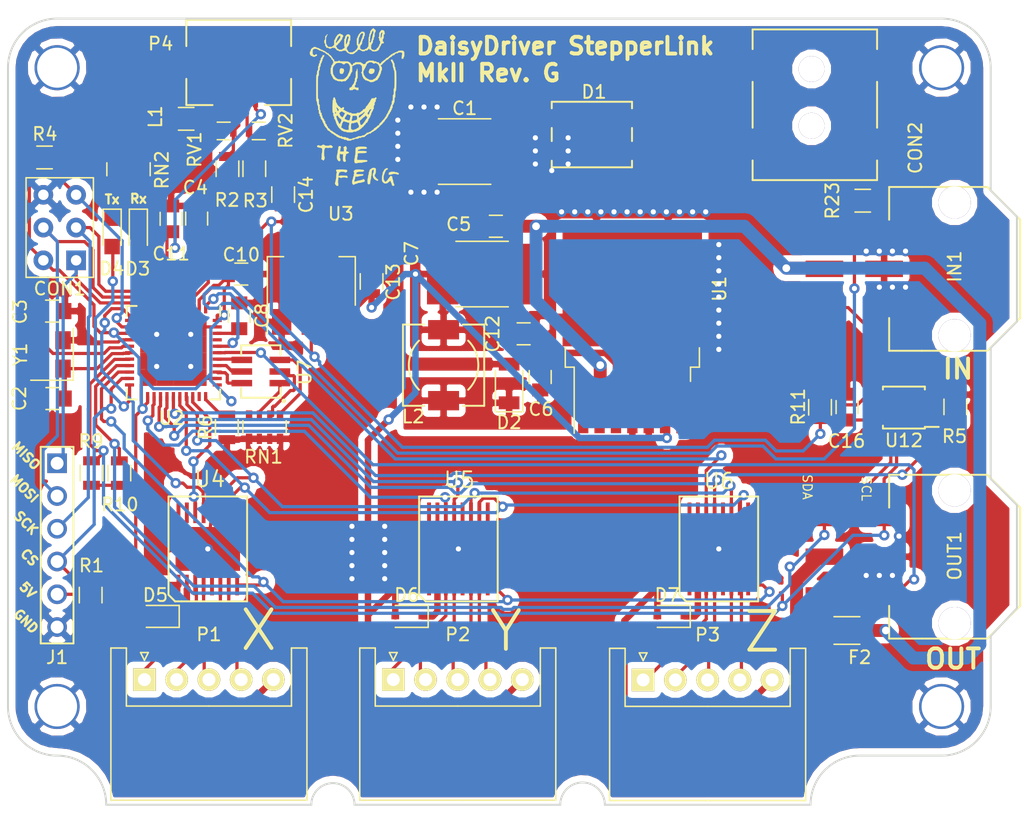
<source format=kicad_pcb>
(kicad_pcb (version 20171130) (host pcbnew "(5.0.0)")
  (layers (0 F.Cu signal) (31 B.Cu signal) (34 B.Paste user) (35 F.Paste user) (36 B.SilkS user) (37 F.SilkS user) (38 B.Mask user) (39 F.Mask user) (44 Edge.Cuts user))
  (net 0 "")
  (net 1 "Net-(C2-Pad1)")
  (net 2 "Net-(C3-Pad1)")
  (net 3 "Net-(C4-Pad1)")
  (net 4 MCU_POWER)
  (net 5 MISO)
  (net 6 SCK)
  (net 7 MOSI)
  (net 8 RST)
  (net 9 "Net-(P1-Pad2)")
  (net 10 "Net-(P1-Pad3)")
  (net 11 "Net-(P1-Pad4)")
  (net 12 "Net-(P2-Pad2)")
  (net 13 "Net-(P2-Pad3)")
  (net 14 "Net-(P2-Pad4)")
  (net 15 "Net-(P3-Pad2)")
  (net 16 "Net-(P3-Pad3)")
  (net 17 "Net-(P3-Pad4)")
  (net 18 1W_in)
  (net 19 D-)
  (net 20 D+)
  (net 21 "Net-(R2-Pad2)")
  (net 22 "Net-(R3-Pad2)")
  (net 23 SCL)
  (net 24 SDA)
  (net 25 "Net-(RN1-Pad1)")
  (net 26 "Net-(RN1-Pad2)")
  (net 27 "Net-(RN1-Pad3)")
  (net 28 DIRX)
  (net 29 DIRZ)
  (net 30 STEPZ)
  (net 31 SM1)
  (net 32 STEPX)
  (net 33 DIRY)
  (net 34 STEPY)
  (net 35 SM0)
  (net 36 RED)
  (net 37 GREEN)
  (net 38 BLUE)
  (net 39 1W_out)
  (net 40 "Net-(P1-Pad1)")
  (net 41 "Net-(P2-Pad1)")
  (net 42 "Net-(P3-Pad1)")
  (net 43 POWER_IN_24V)
  (net 44 "Net-(CON2-Pad1)")
  (net 45 xtalcase)
  (net 46 MID_POWER_12V)
  (net 47 "Net-(C8-Pad1)")
  (net 48 RXLED)
  (net 49 "Net-(D3-Pad1)")
  (net 50 TXLED)
  (net 51 "Net-(D4-Pad1)")
  (net 52 "Net-(R6-Pad2)")
  (net 53 "Net-(CON2-Pad2)")
  (net 54 VBUS)
  (net 55 "Net-(L1-Pad1)")
  (net 56 "Net-(D5-Pad1)")
  (net 57 "Net-(D6-Pad1)")
  (net 58 "Net-(D7-Pad1)")
  (net 59 CATCH_DIODE)
  (net 60 "Net-(C6-Pad2)")
  (net 61 "Net-(F2-Pad1)")
  (net 62 SCL_IN)
  (net 63 SDA_IN)
  (net 64 "Net-(R11-Pad2)")
  (net 65 CONNECT_INPUTS)
  (net 66 ENABLE_MOTORS)
  (net 67 "Net-(P4-Pad6)")
  (net 68 CS)
  (module Connectors_JST:JST_XH_S05B-XH-A_05x2.50mm_Angled (layer F.Cu) (at 171.871 93.1672)
    (fp_text reference P1 (at 5 -3.5) (layer F.SilkS))
    (fp_text value CONN_01X05)
    (pad 1 thru_hole rect (at 0 0) (size 1.75 1.75) (drill 1) (layers *.Cu *.Mask F.SilkS) (net 40 "Net-(P1-Pad1)"))
    (pad 2 thru_hole circle (at 2.5 0) (size 1.75 1.75) (drill 1) (layers *.Cu *.Mask F.SilkS) (net 9 "Net-(P1-Pad2)"))
    (pad 3 thru_hole circle (at 5 0) (size 1.75 1.75) (drill 1) (layers *.Cu *.Mask F.SilkS) (net 10 "Net-(P1-Pad3)"))
    (pad 4 thru_hole circle (at 7.5 0) (size 1.75 1.75) (drill 1) (layers *.Cu *.Mask F.SilkS) (net 11 "Net-(P1-Pad4)"))
    (pad 5 thru_hole circle (at 10 0) (size 1.75 1.75) (drill 1) (layers *.Cu *.Mask F.SilkS) (net 46 MID_POWER_12V))
  )
  (module TO_SOT_Packages_SMD:TO-263-7_TabPin8 (layer F.Cu) (at 209.7024 65.9892 90)
    (fp_text reference U1 (at 3.118952 6.762228 90) (layer F.SilkS))
    (fp_text value lm2676_TO-263)
    (pad 1 smd rect (at -5.775 -3.81 90) (size 4.6 0.8) (layers F.Cu F.Paste F.Mask) (net 59 CATCH_DIODE))
    (pad 2 smd rect (at -5.775 -2.54 90) (size 4.6 0.8) (layers F.Cu F.Paste F.Mask) (net 43 POWER_IN_24V))
    (pad 3 smd rect (at -5.775 -1.27 90) (size 4.6 0.8) (layers F.Cu F.Paste F.Mask) (net 60 "Net-(C6-Pad2)"))
    (pad 4 smd rect (at -5.775 0 90) (size 4.6 0.8) (layers F.Cu F.Paste F.Mask) (net 45 xtalcase))
    (pad 5 smd rect (at -5.775 1.27 90) (size 4.6 0.8) (layers F.Cu F.Paste F.Mask) (net 45 xtalcase))
    (pad 6 smd rect (at -5.775 2.54 90) (size 4.6 0.8) (layers F.Cu F.Paste F.Mask) (net 46 MID_POWER_12V))
    (pad 7 smd rect (at -5.775 3.81 90) (size 4.6 0.8) (layers F.Cu F.Paste F.Mask))
    (pad 8 smd rect (at 3.375 0 90) (size 9.4 10.8) (layers F.Cu F.Mask) (net 45 xtalcase))
    (pad 8 smd rect (at 5.8 2.775 90) (size 4.55 5.25) (layers F.Cu F.Paste) (net 45 xtalcase))
    (pad 8 smd rect (at 0.95 -2.775 90) (size 4.55 5.25) (layers F.Cu F.Paste) (net 45 xtalcase))
    (pad 8 smd rect (at 5.8 -2.775 90) (size 4.55 5.25) (layers F.Cu F.Paste) (net 45 xtalcase))
    (pad 8 smd rect (at 0.95 2.775 90) (size 4.55 5.25) (layers F.Cu F.Paste) (net 45 xtalcase))
  )
  (module biomaker_challenge:USB_Micro_B (layer F.Cu) (at 179.182 48.1076 180)
    (fp_text reference P4 (at 6.0544 4.247 180) (layer F.SilkS))
    (fp_text value USB_OTG)
    (pad 4 smd rect (at 0.65 0 180) (size 0.4 1.4) (layers F.Cu F.Paste F.Mask))
    (pad 5 smd rect (at 1.3 0 180) (size 0.4 1.4) (layers F.Cu F.Paste F.Mask) (net 55 "Net-(L1-Pad1)"))
    (pad 2 smd rect (at -0.65 0 180) (size 0.4 1.4) (layers F.Cu F.Paste F.Mask) (net 19 D-))
    (pad 1 smd rect (at -1.3 0 180) (size 0.4 1.4) (layers F.Cu F.Paste F.Mask) (net 54 VBUS))
    (pad 3 smd rect (at 0 0 180) (size 0.4 1.4) (layers F.Cu F.Paste F.Mask) (net 20 D+))
    (pad 6 smd rect (at -3.75 2.85 180) (size 2.3 1.9) (layers F.Cu F.Paste F.Mask) (net 67 "Net-(P4-Pad6)"))
    (pad 6 smd rect (at -1.15 2.85 180) (size 1.8 1.9) (layers F.Cu F.Paste F.Mask) (net 67 "Net-(P4-Pad6)"))
    (pad 6 smd rect (at 1.15 2.85 180) (size 1.8 1.9) (layers F.Cu F.Paste F.Mask) (net 67 "Net-(P4-Pad6)"))
    (pad 6 smd rect (at 3.75 2.85 180) (size 2.3 1.9) (layers F.Cu F.Paste F.Mask) (net 67 "Net-(P4-Pad6)"))
  )
  (module biomaker_challenge:CD-HD2004 (layer F.Cu) (at 206.502 50.9016 90)
    (fp_text reference D1 (at 3.302 0.2302 180) (layer F.SilkS))
    (fp_text value D_Bridge_+-AA)
    (pad 2 smd rect (at -1.27 -3.075 90) (size 1.4 1) (layers F.Cu F.Paste F.Mask) (net 45 xtalcase))
    (pad 1 smd rect (at 1.27 -3.075 90) (size 1.4 1) (layers F.Cu F.Paste F.Mask) (net 43 POWER_IN_24V))
    (pad 4 smd rect (at 1.27 3.075 90) (size 1.4 1) (layers F.Cu F.Paste F.Mask) (net 53 "Net-(CON2-Pad2)"))
    (pad 3 smd rect (at -1.27 3.075 90) (size 1.4 1) (layers F.Cu F.Paste F.Mask) (net 44 "Net-(CON2-Pad1)"))
  )
  (module biomaker_challenge:molex_micro_fit_3_by_2_right_angle (layer F.Cu) (at 234.696 83.636 90)
    (fp_text reference OUT1 (at 0.07 0 90) (layer F.SilkS))
    (fp_text value Molex_micro_fit_3*2)
    (pad "" thru_hole circle (at 5.15 0 90) (size 2.5 2.5) (drill 2.5) (layers *.Cu *.Mask))
    (pad "" thru_hole circle (at -5.15 0 90) (size 2.5 2.5) (drill 2.5) (layers *.Cu *.Mask))
    (pad 1 smd rect (at 3 -5.47 90) (size 1.27 2.92) (layers F.Cu F.Paste F.Mask) (net 23 SCL))
    (pad 3 smd rect (at -3 -5.47 90) (size 1.27 2.92) (layers F.Cu F.Paste F.Mask) (net 39 1W_out))
    (pad 2 smd rect (at 0 -5.47 90) (size 1.27 2.92) (layers F.Cu F.Paste F.Mask) (net 45 xtalcase))
    (pad 4 smd rect (at 3 -10.1 90) (size 1.27 2.92) (layers F.Cu F.Paste F.Mask) (net 24 SDA))
    (pad 5 smd rect (at 0 -10.1 90) (size 1.27 2.92) (layers F.Cu F.Paste F.Mask) (net 61 "Net-(F2-Pad1)"))
    (pad 6 smd rect (at -3 -10.1 90) (size 1.27 2.92) (layers F.Cu F.Paste F.Mask))
  )
  (module biomaker_challenge:molex_micro_fit_3_by_2_right_angle (layer F.Cu) (at 234.696 61.3184 90)
    (fp_text reference IN1 (at 0.184 0 90) (layer F.SilkS))
    (fp_text value Molex_micro_fit_3*2)
    (pad "" thru_hole circle (at 5.15 0 90) (size 2.5 2.5) (drill 2.5) (layers *.Cu *.Mask))
    (pad "" thru_hole circle (at -5.15 0 90) (size 2.5 2.5) (drill 2.5) (layers *.Cu *.Mask))
    (pad 1 smd rect (at 3 -5.47 90) (size 1.27 2.92) (layers F.Cu F.Paste F.Mask) (net 18 1W_in))
    (pad 3 smd rect (at -3 -5.47 90) (size 1.27 2.92) (layers F.Cu F.Paste F.Mask) (net 62 SCL_IN))
    (pad 2 smd rect (at 0 -5.47 90) (size 1.27 2.92) (layers F.Cu F.Paste F.Mask) (net 45 xtalcase))
    (pad 4 smd rect (at 3 -10.1 90) (size 1.27 2.92) (layers F.Cu F.Paste F.Mask))
    (pad 5 smd rect (at 0 -10.1 90) (size 1.27 2.92) (layers F.Cu F.Paste F.Mask) (net 43 POWER_IN_24V))
    (pad 6 smd rect (at -3 -10.1 90) (size 1.27 2.92) (layers F.Cu F.Paste F.Mask) (net 63 SDA_IN))
  )
  (module biomaker_challenge:SMD_Jack (layer F.Cu) (at 223.6 40.72)
    (fp_text reference CON2 (at 8.048 11.223 90) (layer F.SilkS))
    (fp_text value BARREL_JACK hide)
    (pad "" thru_hole circle (at 0 5.1) (size 2 2) (drill 2) (layers *.Cu *.Mask))
    (pad "" thru_hole circle (at 0 9.5) (size 2 2) (drill 2) (layers *.Cu *.Mask))
    (pad 1 smd rect (at 5 5) (size 3 2) (layers F.Cu F.Paste F.Mask) (net 44 "Net-(CON2-Pad1)"))
    (pad 1 smd rect (at 5 11) (size 3 2) (layers F.Cu F.Paste F.Mask) (net 44 "Net-(CON2-Pad1)"))
    (pad 2 smd rect (at -5 11) (size 3 2) (layers F.Cu F.Paste F.Mask) (net 53 "Net-(CON2-Pad2)"))
    (pad 3 smd rect (at -5 5) (size 3 2) (layers F.Cu F.Paste F.Mask) (net 53 "Net-(CON2-Pad2)"))
  )
  (module Choke_SMD:Choke_SMD_6.3x6.3_H3 (layer F.Cu) (at 195.067112 68.786692 90)
    (fp_text reference L2 (at -3.981 -2.3495 -180) (layer F.SilkS))
    (fp_text value 33u)
    (pad 1 smd rect (at -2.75 0 90) (size 1.5 2.4) (layers F.Cu F.Paste F.Mask) (net 59 CATCH_DIODE))
    (pad 2 smd rect (at 2.75 0 90) (size 1.5 2.4) (layers F.Cu F.Paste F.Mask) (net 46 MID_POWER_12V))
  )
  (module Capacitors_SMD:C_0805 (layer F.Cu) (at 164.7098 64.5922)
    (fp_text reference C3 (at -2.48 0.0508 90) (layer F.SilkS))
    (fp_text value 18p)
    (pad 1 smd rect (at -1 0) (size 1 1.25) (layers F.Cu F.Paste F.Mask) (net 2 "Net-(C3-Pad1)"))
    (pad 2 smd rect (at 1 0) (size 1 1.25) (layers F.Cu F.Paste F.Mask) (net 45 xtalcase))
  )
  (module Capacitors_SMD:C_0805 (layer F.Cu) (at 175.9204 57.42 90)
    (fp_text reference C4 (at 2.4036 -0.1016 180) (layer F.SilkS))
    (fp_text value 1u)
    (pad 1 smd rect (at -1 0 90) (size 1 1.25) (layers F.Cu F.Paste F.Mask) (net 3 "Net-(C4-Pad1)"))
    (pad 2 smd rect (at 1 0 90) (size 1 1.25) (layers F.Cu F.Paste F.Mask) (net 45 xtalcase))
  )
  (module Capacitors_SMD:C_0805 (layer F.Cu) (at 199.12 58.0136 180)
    (fp_text reference C5 (at 2.8796 0.1524) (layer F.SilkS))
    (fp_text value 100n)
    (pad 1 smd rect (at -1 0 180) (size 1 1.25) (layers F.Cu F.Paste F.Mask) (net 43 POWER_IN_24V))
    (pad 2 smd rect (at 1 0 180) (size 1 1.25) (layers F.Cu F.Paste F.Mask) (net 45 xtalcase))
  )
  (module Capacitors_SMD:C_0805 (layer F.Cu) (at 202.560112 69.703692 90)
    (fp_text reference C6 (at -2.4925 0.0635 -180) (layer F.SilkS))
    (fp_text value 10n)
    (pad 1 smd rect (at -1 0 90) (size 1 1.25) (layers F.Cu F.Paste F.Mask) (net 59 CATCH_DIODE))
    (pad 2 smd rect (at 1 0 90) (size 1 1.25) (layers F.Cu F.Paste F.Mask) (net 60 "Net-(C6-Pad2)"))
  )
  (module Capacitors_SMD:C_0805 (layer F.Cu) (at 179.3842 61.722)
    (fp_text reference C10 (at 0 -1.5) (layer F.SilkS))
    (fp_text value 100n)
    (pad 1 smd rect (at -1 0) (size 1 1.25) (layers F.Cu F.Paste F.Mask) (net 4 MCU_POWER))
    (pad 2 smd rect (at 1 0) (size 1 1.25) (layers F.Cu F.Paste F.Mask) (net 45 xtalcase))
  )
  (module Buttons_Switches_THT:SW_NKK_G1xJP (layer F.Cu) (at 166.5732 60.6552 180)
    (fp_text reference CON1 (at 1.27 -2.2 180) (layer F.SilkS))
    (fp_text value AVR-ISP-6)
    (pad 1 thru_hole rect (at 0 0 180) (size 1.524 1.524) (drill 0.8128) (layers *.Cu *.Mask) (net 5 MISO))
    (pad 2 thru_hole circle (at 0 2.54 180) (size 1.524 1.524) (drill 0.8128) (layers *.Cu *.Mask) (net 6 SCK))
    (pad 3 thru_hole circle (at 0 5.08 180) (size 1.524 1.524) (drill 0.8128) (layers *.Cu *.Mask) (net 8 RST))
    (pad 4 thru_hole circle (at 2.54 5.08 180) (size 1.524 1.524) (drill 0.8128) (layers *.Cu *.Mask) (net 45 xtalcase))
    (pad 5 thru_hole circle (at 2.54 2.54 180) (size 1.524 1.524) (drill 0.8128) (layers *.Cu *.Mask) (net 7 MOSI))
    (pad 6 thru_hole circle (at 2.54 0 180) (size 1.524 1.524) (drill 0.8128) (layers *.Cu *.Mask) (net 4 MCU_POWER))
  )
  (module Resistors_SMD:R_0805 (layer F.Cu) (at 178.308 53.5534 270)
    (fp_text reference R2 (at 2.4282 0.0254 180) (layer F.SilkS))
    (fp_text value 22)
    (pad 1 smd rect (at -0.95 0 270) (size 0.7 1.3) (layers F.Cu F.Paste F.Mask) (net 20 D+))
    (pad 2 smd rect (at 0.95 0 270) (size 0.7 1.3) (layers F.Cu F.Paste F.Mask) (net 21 "Net-(R2-Pad2)"))
  )
  (module Resistors_SMD:R_0805 (layer F.Cu) (at 180.391 53.5534 270)
    (fp_text reference R3 (at 2.479 -0.076) (layer F.SilkS))
    (fp_text value 22)
    (pad 1 smd rect (at -0.95 0 270) (size 0.7 1.3) (layers F.Cu F.Paste F.Mask) (net 19 D-))
    (pad 2 smd rect (at 0.95 0 270) (size 0.7 1.3) (layers F.Cu F.Paste F.Mask) (net 22 "Net-(R3-Pad2)"))
  )
  (module Resistors_SMD:R_0805 (layer F.Cu) (at 164.1246 52.6796 180)
    (fp_text reference R4 (at -0.0229 1.8161 180) (layer F.SilkS))
    (fp_text value 10k)
    (pad 1 smd rect (at -0.95 0 180) (size 0.7 1.3) (layers F.Cu F.Paste F.Mask) (net 8 RST))
    (pad 2 smd rect (at 0.95 0 180) (size 0.7 1.3) (layers F.Cu F.Paste F.Mask) (net 4 MCU_POWER))
  )
  (module Resistors_SMD:R_0805 (layer F.Cu) (at 167.767 77.15 270)
    (fp_text reference R9 (at -2.474 0.0381) (layer F.SilkS))
    (fp_text value 10k)
    (pad 1 smd rect (at -0.95 0 270) (size 0.7 1.3) (layers F.Cu F.Paste F.Mask) (net 23 SCL))
    (pad 2 smd rect (at 0.95 0 270) (size 0.7 1.3) (layers F.Cu F.Paste F.Mask) (net 4 MCU_POWER))
  )
  (module Resistors_SMD:R_0805 (layer F.Cu) (at 169.926 77.155 270)
    (fp_text reference R10 (at 2.4359 -0.0381) (layer F.SilkS))
    (fp_text value 10k)
    (pad 1 smd rect (at -0.95 0 270) (size 0.7 1.3) (layers F.Cu F.Paste F.Mask) (net 24 SDA))
    (pad 2 smd rect (at 0.95 0 270) (size 0.7 1.3) (layers F.Cu F.Paste F.Mask) (net 4 MCU_POWER))
  )
  (module Resistors_SMD:R_0805 (layer F.Cu) (at 227.5688 56.0324)
    (fp_text reference R23 (at -2.352 0 90) (layer F.SilkS))
    (fp_text value 10k)
    (pad 1 smd rect (at -0.95 0) (size 0.7 1.3) (layers F.Cu F.Paste F.Mask) (net 45 xtalcase))
    (pad 2 smd rect (at 0.95 0) (size 0.7 1.3) (layers F.Cu F.Paste F.Mask) (net 18 1W_in))
  )
  (module Resistors_SMD:R_0603 (layer F.Cu) (at 180.734 50.6222)
    (fp_text reference RV2 (at 2.0952 -0.0254 90) (layer F.SilkS))
    (fp_text value Varistor_[CG0603MLC-05E_Bourns])
    (pad 1 smd rect (at -0.75 0) (size 0.5 0.9) (layers F.Cu F.Paste F.Mask) (net 19 D-))
    (pad 2 smd rect (at 0.75 0) (size 0.5 0.9) (layers F.Cu F.Paste F.Mask) (net 45 xtalcase))
  )
  (module Housings_DFN_QFN:QFN-44-1EP_7x7mm_Pitch0.5mm (layer F.Cu) (at 174.117 67.818 270)
    (fp_text reference U2 (at 5.08 0.1524) (layer F.SilkS))
    (fp_text value ATMEGA16U4-M-pad-connected)
    (pad 1 smd rect (at -3.4 -2.5 270) (size 0.7 0.25) (layers F.Cu F.Paste F.Mask) (net 30 STEPZ))
    (pad 2 smd rect (at -3.4 -2 270) (size 0.7 0.25) (layers F.Cu F.Paste F.Mask) (net 4 MCU_POWER))
    (pad 3 smd rect (at -3.4 -1.5 270) (size 0.7 0.25) (layers F.Cu F.Paste F.Mask) (net 22 "Net-(R3-Pad2)"))
    (pad 4 smd rect (at -3.4 -1 270) (size 0.7 0.25) (layers F.Cu F.Paste F.Mask) (net 21 "Net-(R2-Pad2)"))
    (pad 5 smd rect (at -3.4 -0.5 270) (size 0.7 0.25) (layers F.Cu F.Paste F.Mask) (net 45 xtalcase))
    (pad 6 smd rect (at -3.4 0 270) (size 0.7 0.25) (layers F.Cu F.Paste F.Mask) (net 3 "Net-(C4-Pad1)"))
    (pad 7 smd rect (at -3.4 0.5 270) (size 0.7 0.25) (layers F.Cu F.Paste F.Mask) (net 54 VBUS))
    (pad 8 smd rect (at -3.4 1 270) (size 0.7 0.25) (layers F.Cu F.Paste F.Mask) (net 48 RXLED))
    (pad 9 smd rect (at -3.4 1.5 270) (size 0.7 0.25) (layers F.Cu F.Paste F.Mask) (net 6 SCK))
    (pad 10 smd rect (at -3.4 2 270) (size 0.7 0.25) (layers F.Cu F.Paste F.Mask) (net 7 MOSI))
    (pad 11 smd rect (at -3.4 2.5 270) (size 0.7 0.25) (layers F.Cu F.Paste F.Mask) (net 5 MISO))
    (pad 12 smd rect (at -2.5 3.4) (size 0.7 0.25) (layers F.Cu F.Paste F.Mask) (net 28 DIRX))
    (pad 13 smd rect (at -2 3.4) (size 0.7 0.25) (layers F.Cu F.Paste F.Mask) (net 8 RST))
    (pad 14 smd rect (at -1.5 3.4) (size 0.7 0.25) (layers F.Cu F.Paste F.Mask) (net 4 MCU_POWER))
    (pad 15 smd rect (at -1 3.4) (size 0.7 0.25) (layers F.Cu F.Paste F.Mask) (net 45 xtalcase))
    (pad 16 smd rect (at -0.5 3.4) (size 0.7 0.25) (layers F.Cu F.Paste F.Mask) (net 2 "Net-(C3-Pad1)"))
    (pad 17 smd rect (at 0 3.4) (size 0.7 0.25) (layers F.Cu F.Paste F.Mask) (net 1 "Net-(C2-Pad1)"))
    (pad 18 smd rect (at 0.5 3.4) (size 0.7 0.25) (layers F.Cu F.Paste F.Mask) (net 23 SCL))
    (pad 19 smd rect (at 1 3.4) (size 0.7 0.25) (layers F.Cu F.Paste F.Mask) (net 24 SDA))
    (pad 20 smd rect (at 1.5 3.4) (size 0.7 0.25) (layers F.Cu F.Paste F.Mask) (net 66 ENABLE_MOTORS))
    (pad 21 smd rect (at 2 3.4) (size 0.7 0.25) (layers F.Cu F.Paste F.Mask) (net 68 CS))
    (pad 22 smd rect (at 2.5 3.4) (size 0.7 0.25) (layers F.Cu F.Paste F.Mask) (net 50 TXLED))
    (pad 23 smd rect (at 3.4 2.5 270) (size 0.7 0.25) (layers F.Cu F.Paste F.Mask) (net 45 xtalcase))
    (pad 24 smd rect (at 3.4 2 270) (size 0.7 0.25) (layers F.Cu F.Paste F.Mask) (net 4 MCU_POWER))
    (pad 25 smd rect (at 3.4 1.5 270) (size 0.7 0.25) (layers F.Cu F.Paste F.Mask) (net 34 STEPY))
    (pad 26 smd rect (at 3.4 1 270) (size 0.7 0.25) (layers F.Cu F.Paste F.Mask) (net 33 DIRY))
    (pad 27 smd rect (at 3.4 0.5 270) (size 0.7 0.25) (layers F.Cu F.Paste F.Mask) (net 29 DIRZ))
    (pad 28 smd rect (at 3.4 0 270) (size 0.7 0.25) (layers F.Cu F.Paste F.Mask) (net 65 CONNECT_INPUTS))
    (pad 29 smd rect (at 3.4 -0.5 270) (size 0.7 0.25) (layers F.Cu F.Paste F.Mask) (net 31 SM1))
    (pad 30 smd rect (at 3.4 -1 270) (size 0.7 0.25) (layers F.Cu F.Paste F.Mask) (net 35 SM0))
    (pad 31 smd rect (at 3.4 -1.5 270) (size 0.7 0.25) (layers F.Cu F.Paste F.Mask) (net 32 STEPX))
    (pad 32 smd rect (at 3.4 -2 270) (size 0.7 0.25) (layers F.Cu F.Paste F.Mask))
    (pad 33 smd rect (at 3.4 -2.5 270) (size 0.7 0.25) (layers F.Cu F.Paste F.Mask) (net 52 "Net-(R6-Pad2)"))
    (pad 34 smd rect (at 2.5 -3.4) (size 0.7 0.25) (layers F.Cu F.Paste F.Mask) (net 4 MCU_POWER))
    (pad 35 smd rect (at 2 -3.4) (size 0.7 0.25) (layers F.Cu F.Paste F.Mask) (net 45 xtalcase))
    (pad 36 smd rect (at 1.5 -3.4) (size 0.7 0.25) (layers F.Cu F.Paste F.Mask) (net 38 BLUE))
    (pad 37 smd rect (at 1 -3.4) (size 0.7 0.25) (layers F.Cu F.Paste F.Mask) (net 37 GREEN))
    (pad 38 smd rect (at 0.5 -3.4) (size 0.7 0.25) (layers F.Cu F.Paste F.Mask) (net 36 RED))
    (pad 39 smd rect (at 0 -3.4) (size 0.7 0.25) (layers F.Cu F.Paste F.Mask) (net 39 1W_out))
    (pad 40 smd rect (at -0.5 -3.4) (size 0.7 0.25) (layers F.Cu F.Paste F.Mask) (net 18 1W_in))
    (pad 41 smd rect (at -1 -3.4) (size 0.7 0.25) (layers F.Cu F.Paste F.Mask))
    (pad 42 smd rect (at -1.5 -3.4) (size 0.7 0.25) (layers F.Cu F.Paste F.Mask) (net 47 "Net-(C8-Pad1)"))
    (pad 43 smd rect (at -2 -3.4) (size 0.7 0.25) (layers F.Cu F.Paste F.Mask) (net 45 xtalcase))
    (pad 44 smd rect (at -2.5 -3.4) (size 0.7 0.25) (layers F.Cu F.Paste F.Mask) (net 4 MCU_POWER))
    (pad 45 smd rect (at 1.93125 1.93125 270) (size 1.2875 1.2875) (layers F.Cu F.Paste F.Mask) (net 45 xtalcase))
    (pad 45 smd rect (at 1.93125 0.64375 270) (size 1.2875 1.2875) (layers F.Cu F.Paste F.Mask) (net 45 xtalcase))
    (pad 45 smd rect (at 1.93125 -0.64375 270) (size 1.2875 1.2875) (layers F.Cu F.Paste F.Mask) (net 45 xtalcase))
    (pad 45 smd rect (at 1.93125 -1.93125 270) (size 1.2875 1.2875) (layers F.Cu F.Paste F.Mask) (net 45 xtalcase))
    (pad 45 smd rect (at 0.64375 1.93125 270) (size 1.2875 1.2875) (layers F.Cu F.Paste F.Mask) (net 45 xtalcase))
    (pad 45 smd rect (at 0.64375 0.64375 270) (size 1.2875 1.2875) (layers F.Cu F.Paste F.Mask) (net 45 xtalcase))
    (pad 45 smd rect (at 0.64375 -0.64375 270) (size 1.2875 1.2875) (layers F.Cu F.Paste F.Mask) (net 45 xtalcase))
    (pad 45 smd rect (at 0.64375 -1.93125 270) (size 1.2875 1.2875) (layers F.Cu F.Paste F.Mask) (net 45 xtalcase))
    (pad 45 smd rect (at -0.64375 1.93125 270) (size 1.2875 1.2875) (layers F.Cu F.Paste F.Mask) (net 45 xtalcase))
    (pad 45 smd rect (at -0.64375 0.64375 270) (size 1.2875 1.2875) (layers F.Cu F.Paste F.Mask) (net 45 xtalcase))
    (pad 45 smd rect (at -0.64375 -0.64375 270) (size 1.2875 1.2875) (layers F.Cu F.Paste F.Mask) (net 45 xtalcase))
    (pad 45 smd rect (at -0.64375 -1.93125 270) (size 1.2875 1.2875) (layers F.Cu F.Paste F.Mask) (net 45 xtalcase))
    (pad 45 smd rect (at -1.93125 1.93125 270) (size 1.2875 1.2875) (layers F.Cu F.Paste F.Mask) (net 45 xtalcase))
    (pad 45 smd rect (at -1.93125 0.64375 270) (size 1.2875 1.2875) (layers F.Cu F.Paste F.Mask) (net 45 xtalcase))
    (pad 45 smd rect (at -1.93125 -0.64375 270) (size 1.2875 1.2875) (layers F.Cu F.Paste F.Mask) (net 45 xtalcase))
    (pad 45 smd rect (at -1.93125 -1.93125 270) (size 1.2875 1.2875) (layers F.Cu F.Paste F.Mask) (net 45 xtalcase))
  )
  (module TO_SOT_Packages_SMD:SOT-223 (layer F.Cu) (at 184.8104 62.2812 90)
    (fp_text reference U3 (at 5.227375 2.286 180) (layer F.SilkS))
    (fp_text value lm1117)
    (pad 4 smd rect (at 3.15 0 90) (size 2 3.8) (layers F.Cu F.Paste F.Mask) (net 4 MCU_POWER))
    (pad 2 smd rect (at -3.15 0 90) (size 2 1.5) (layers F.Cu F.Paste F.Mask) (net 4 MCU_POWER))
    (pad 3 smd rect (at -3.15 2.3 90) (size 2 1.5) (layers F.Cu F.Paste F.Mask) (net 46 MID_POWER_12V))
    (pad 1 smd rect (at -3.15 -2.3 90) (size 2 1.5) (layers F.Cu F.Paste F.Mask) (net 45 xtalcase))
  )
  (module biomaker_challenge:DRV8805 (layer F.Cu) (at 176.784 83.0326)
    (fp_text reference U4 (at 0.1524 -5.4102 180) (layer F.SilkS) (effects (font (size 1.2 1.2))))
    (fp_text value DRV8805)
    (pad 16 smd rect (at -2.275 -2.8) (size 0.3 1.6) (layers F.Cu F.Paste F.Mask))
    (pad 1 smd rect (at -2.275 2.8) (size 0.3 1.6) (layers F.Cu F.Paste F.Mask) (net 46 MID_POWER_12V))
    (pad 15 smd rect (at -1.625 -2.8) (size 0.3 1.6) (layers F.Cu F.Paste F.Mask))
    (pad 2 smd rect (at -1.625 2.8) (size 0.3 1.6) (layers F.Cu F.Paste F.Mask) (net 56 "Net-(D5-Pad1)"))
    (pad 14 smd rect (at -0.975 -2.8) (size 0.3 1.6) (layers F.Cu F.Paste F.Mask) (net 32 STEPX))
    (pad 3 smd rect (at -0.975 2.8) (size 0.3 1.6) (layers F.Cu F.Paste F.Mask) (net 40 "Net-(P1-Pad1)"))
    (pad 13 smd rect (at -0.325 -2.8) (size 0.3 1.6) (layers F.Cu F.Paste F.Mask) (net 28 DIRX))
    (pad 4 smd rect (at -0.325 2.8) (size 0.3 1.6) (layers F.Cu F.Paste F.Mask) (net 9 "Net-(P1-Pad2)"))
    (pad 12 smd rect (at 0.325 -2.8) (size 0.3 1.6) (layers F.Cu F.Paste F.Mask) (net 45 xtalcase))
    (pad 5 smd rect (at 0.325 2.8) (size 0.3 1.6) (layers F.Cu F.Paste F.Mask) (net 45 xtalcase))
    (pad 11 smd rect (at 0.975 -2.8) (size 0.3 1.6) (layers F.Cu F.Paste F.Mask) (net 35 SM0))
    (pad 6 smd rect (at 0.975 2.8) (size 0.3 1.6) (layers F.Cu F.Paste F.Mask) (net 10 "Net-(P1-Pad3)"))
    (pad 10 smd rect (at 1.625 -2.8) (size 0.3 1.6) (layers F.Cu F.Paste F.Mask) (net 31 SM1))
    (pad 7 smd rect (at 1.625 2.8) (size 0.3 1.6) (layers F.Cu F.Paste F.Mask) (net 11 "Net-(P1-Pad4)"))
    (pad 9 smd rect (at 2.275 -2.8) (size 0.3 1.6) (layers F.Cu F.Paste F.Mask))
    (pad 8 smd rect (at 2.275 2.8) (size 0.3 1.6) (layers F.Cu F.Paste F.Mask) (net 66 ENABLE_MOTORS))
    (pad 5 smd rect (at 0 0) (size 5 3.4) (layers F.Cu F.Paste F.Mask) (net 45 xtalcase))
  )
  (module biomaker_challenge:DRV8805 (layer F.Cu) (at 196.215 83.0326)
    (fp_text reference U5 (at 0.0762 -5.3594 180) (layer F.SilkS) (effects (font (size 1.2 1.2))))
    (fp_text value DRV8805)
    (pad 16 smd rect (at -2.275 -2.8) (size 0.3 1.6) (layers F.Cu F.Paste F.Mask))
    (pad 1 smd rect (at -2.275 2.8) (size 0.3 1.6) (layers F.Cu F.Paste F.Mask) (net 46 MID_POWER_12V))
    (pad 15 smd rect (at -1.625 -2.8) (size 0.3 1.6) (layers F.Cu F.Paste F.Mask))
    (pad 2 smd rect (at -1.625 2.8) (size 0.3 1.6) (layers F.Cu F.Paste F.Mask) (net 57 "Net-(D6-Pad1)"))
    (pad 14 smd rect (at -0.975 -2.8) (size 0.3 1.6) (layers F.Cu F.Paste F.Mask) (net 34 STEPY))
    (pad 3 smd rect (at -0.975 2.8) (size 0.3 1.6) (layers F.Cu F.Paste F.Mask) (net 41 "Net-(P2-Pad1)"))
    (pad 13 smd rect (at -0.325 -2.8) (size 0.3 1.6) (layers F.Cu F.Paste F.Mask) (net 33 DIRY))
    (pad 4 smd rect (at -0.325 2.8) (size 0.3 1.6) (layers F.Cu F.Paste F.Mask) (net 12 "Net-(P2-Pad2)"))
    (pad 12 smd rect (at 0.325 -2.8) (size 0.3 1.6) (layers F.Cu F.Paste F.Mask) (net 45 xtalcase))
    (pad 5 smd rect (at 0.325 2.8) (size 0.3 1.6) (layers F.Cu F.Paste F.Mask) (net 45 xtalcase))
    (pad 11 smd rect (at 0.975 -2.8) (size 0.3 1.6) (layers F.Cu F.Paste F.Mask) (net 35 SM0))
    (pad 6 smd rect (at 0.975 2.8) (size 0.3 1.6) (layers F.Cu F.Paste F.Mask) (net 13 "Net-(P2-Pad3)"))
    (pad 10 smd rect (at 1.625 -2.8) (size 0.3 1.6) (layers F.Cu F.Paste F.Mask) (net 31 SM1))
    (pad 7 smd rect (at 1.625 2.8) (size 0.3 1.6) (layers F.Cu F.Paste F.Mask) (net 14 "Net-(P2-Pad4)"))
    (pad 9 smd rect (at 2.275 -2.8) (size 0.3 1.6) (layers F.Cu F.Paste F.Mask))
    (pad 8 smd rect (at 2.275 2.8) (size 0.3 1.6) (layers F.Cu F.Paste F.Mask) (net 66 ENABLE_MOTORS))
    (pad 5 smd rect (at 0 0) (size 5 3.4) (layers F.Cu F.Paste F.Mask) (net 45 xtalcase))
  )
  (module biomaker_challenge:DRV8805 (layer F.Cu) (at 216.408 83.0326)
    (fp_text reference U6 (at 0.0254 -5.2578 180) (layer F.SilkS) (effects (font (size 1.2 1.2))))
    (fp_text value DRV8805)
    (pad 16 smd rect (at -2.275 -2.8) (size 0.3 1.6) (layers F.Cu F.Paste F.Mask))
    (pad 1 smd rect (at -2.275 2.8) (size 0.3 1.6) (layers F.Cu F.Paste F.Mask) (net 46 MID_POWER_12V))
    (pad 15 smd rect (at -1.625 -2.8) (size 0.3 1.6) (layers F.Cu F.Paste F.Mask))
    (pad 2 smd rect (at -1.625 2.8) (size 0.3 1.6) (layers F.Cu F.Paste F.Mask) (net 58 "Net-(D7-Pad1)"))
    (pad 14 smd rect (at -0.975 -2.8) (size 0.3 1.6) (layers F.Cu F.Paste F.Mask) (net 30 STEPZ))
    (pad 3 smd rect (at -0.975 2.8) (size 0.3 1.6) (layers F.Cu F.Paste F.Mask) (net 42 "Net-(P3-Pad1)"))
    (pad 13 smd rect (at -0.325 -2.8) (size 0.3 1.6) (layers F.Cu F.Paste F.Mask) (net 29 DIRZ))
    (pad 4 smd rect (at -0.325 2.8) (size 0.3 1.6) (layers F.Cu F.Paste F.Mask) (net 15 "Net-(P3-Pad2)"))
    (pad 12 smd rect (at 0.325 -2.8) (size 0.3 1.6) (layers F.Cu F.Paste F.Mask) (net 45 xtalcase))
    (pad 5 smd rect (at 0.325 2.8) (size 0.3 1.6) (layers F.Cu F.Paste F.Mask) (net 45 xtalcase))
    (pad 11 smd rect (at 0.975 -2.8) (size 0.3 1.6) (layers F.Cu F.Paste F.Mask) (net 35 SM0))
    (pad 6 smd rect (at 0.975 2.8) (size 0.3 1.6) (layers F.Cu F.Paste F.Mask) (net 16 "Net-(P3-Pad3)"))
    (pad 10 smd rect (at 1.625 -2.8) (size 0.3 1.6) (layers F.Cu F.Paste F.Mask) (net 31 SM1))
    (pad 7 smd rect (at 1.625 2.8) (size 0.3 1.6) (layers F.Cu F.Paste F.Mask) (net 17 "Net-(P3-Pad4)"))
    (pad 9 smd rect (at 2.275 -2.8) (size 0.3 1.6) (layers F.Cu F.Paste F.Mask))
    (pad 8 smd rect (at 2.275 2.8) (size 0.3 1.6) (layers F.Cu F.Paste F.Mask) (net 66 ENABLE_MOTORS))
    (pad 5 smd rect (at 0 0) (size 5 3.4) (layers F.Cu F.Paste F.Mask) (net 45 xtalcase))
  )
  (module Resistors_SMD:R_0603 (layer F.Cu) (at 178.015 50.6222 180)
    (fp_text reference RV1 (at 2.247 -1.4478 270) (layer F.SilkS))
    (fp_text value Varistor_[CG0603MLC-05E_Bourns])
    (pad 1 smd rect (at -0.75 0 180) (size 0.5 0.9) (layers F.Cu F.Paste F.Mask) (net 20 D+))
    (pad 2 smd rect (at 0.75 0 180) (size 0.5 0.9) (layers F.Cu F.Paste F.Mask) (net 45 xtalcase))
  )
  (module Crystals:Crystal_SMD_3225-4pin_3.2x2.5mm (layer F.Cu) (at 164.7068 67.9528 90)
    (fp_text reference Y1 (at 0 -2.45 90) (layer F.SilkS))
    (fp_text value 16M_crystal)
    (pad 1 smd rect (at -1.1 0.85 90) (size 1.4 1.2) (layers F.Cu F.Paste F.Mask) (net 1 "Net-(C2-Pad1)"))
    (pad 2 smd rect (at 1.1 0.85 90) (size 1.4 1.2) (layers F.Cu F.Paste F.Mask) (net 45 xtalcase))
    (pad 3 smd rect (at 1.1 -0.85 90) (size 1.4 1.2) (layers F.Cu F.Paste F.Mask) (net 2 "Net-(C3-Pad1)"))
    (pad 4 smd rect (at -1.1 -0.85 90) (size 1.4 1.2) (layers F.Cu F.Paste F.Mask) (net 45 xtalcase))
  )
  (module Resistors_SMD:R_1206 (layer F.Cu) (at 226.3416 89.3572)
    (fp_text reference F2 (at 0.9884 2.0828) (layer F.SilkS))
    (fp_text value 2A_Polyfuse)
    (pad 1 smd rect (at -1.45 0) (size 0.9 1.7) (layers F.Cu F.Paste F.Mask) (net 61 "Net-(F2-Pad1)"))
    (pad 2 smd rect (at 1.45 0) (size 0.9 1.7) (layers F.Cu F.Paste F.Mask) (net 43 POWER_IN_24V))
  )
  (module Diodes_SMD:D_1206 (layer F.Cu) (at 200.147112 70.203692 90)
    (fp_text reference D2 (at -3.0085 0 -180) (layer F.SilkS))
    (fp_text value D_Schottky_0V7)
    (pad 1 smd rect (at -1.5 0 90) (size 1 1.6) (layers F.Cu F.Paste F.Mask) (net 59 CATCH_DIODE))
    (pad 2 smd rect (at 1.5 0 90) (size 1 1.6) (layers F.Cu F.Paste F.Mask) (net 45 xtalcase))
  )
  (module Resistors_SMD:R_Array_Convex_4x0603 (layer F.Cu) (at 181.1844 73.5948 270)
    (fp_text reference RN1 (at 2.3004 0.0824) (layer F.SilkS))
    (fp_text value 4k7)
    (pad 1 smd rect (at -0.9 -1.2 270) (size 0.8 0.5) (layers F.Cu F.Paste F.Mask) (net 25 "Net-(RN1-Pad1)"))
    (pad 3 smd rect (at -0.9 0.4 270) (size 0.8 0.4) (layers F.Cu F.Paste F.Mask) (net 27 "Net-(RN1-Pad3)"))
    (pad 2 smd rect (at -0.9 -0.4 270) (size 0.8 0.4) (layers F.Cu F.Paste F.Mask) (net 26 "Net-(RN1-Pad2)"))
    (pad 4 smd rect (at -0.9 1.2 270) (size 0.8 0.5) (layers F.Cu F.Paste F.Mask))
    (pad 7 smd rect (at 0.9 -0.4 270) (size 0.8 0.4) (layers F.Cu F.Paste F.Mask) (net 45 xtalcase))
    (pad 8 smd rect (at 0.9 -1.2 270) (size 0.8 0.5) (layers F.Cu F.Paste F.Mask) (net 45 xtalcase))
    (pad 6 smd rect (at 0.9 0.4 270) (size 0.8 0.4) (layers F.Cu F.Paste F.Mask) (net 45 xtalcase))
    (pad 5 smd rect (at 0.9 1.2 270) (size 0.8 0.5) (layers F.Cu F.Paste F.Mask) (net 45 xtalcase))
  )
  (module Resistors_SMD:R_2816 (layer F.Cu) (at 198.053612 61.722)
    (fp_text reference C7 (at -5.470812 -1.584192 90) (layer F.SilkS))
    (fp_text value 330u)
    (pad 1 smd rect (at -3.05 0) (size 2.45 4.7) (layers F.Cu F.Paste F.Mask) (net 46 MID_POWER_12V))
    (pad 2 smd rect (at 3.05 0) (size 2.45 4.7) (layers F.Cu F.Paste F.Mask) (net 45 xtalcase))
  )
  (module Capacitors_SMD:C_0805 (layer F.Cu) (at 179.2224 64.9572 90)
    (fp_text reference C8 (at 0.016 1.778 90) (layer F.SilkS))
    (fp_text value 100n)
    (pad 1 smd rect (at -1 0 90) (size 1 1.25) (layers F.Cu F.Paste F.Mask) (net 47 "Net-(C8-Pad1)"))
    (pad 2 smd rect (at 1 0 90) (size 1 1.25) (layers F.Cu F.Paste F.Mask) (net 45 xtalcase))
  )
  (module Capacitors_SMD:C_0805 (layer F.Cu) (at 173.9392 57.4388 90)
    (fp_text reference C11 (at -2.7084 0 180) (layer F.SilkS))
    (fp_text value 100n)
    (pad 1 smd rect (at -1 0 90) (size 1 1.25) (layers F.Cu F.Paste F.Mask) (net 54 VBUS))
    (pad 2 smd rect (at 1 0 90) (size 1 1.25) (layers F.Cu F.Paste F.Mask) (net 45 xtalcase))
  )
  (module LEDs:LED_0805 (layer F.Cu) (at 171.3992 58.4884 270)
    (fp_text reference D3 (at 2.8272 0.0508) (layer F.SilkS))
    (fp_text value Yellow)
    (pad 2 smd rect (at 1.1 0 90) (size 1.2 1.2) (layers F.Cu F.Paste F.Mask) (net 48 RXLED))
    (pad 1 smd rect (at -1.1 0 90) (size 1.2 1.2) (layers F.Cu F.Paste F.Mask) (net 49 "Net-(D3-Pad1)"))
  )
  (module LEDs:LED_0805 (layer F.Cu) (at 169.3672 58.4884 270)
    (fp_text reference D4 (at 2.8116 0.0254) (layer F.SilkS))
    (fp_text value Yellow)
    (pad 2 smd rect (at 1.1 0 90) (size 1.2 1.2) (layers F.Cu F.Paste F.Mask) (net 50 TXLED))
    (pad 1 smd rect (at -1.1 0 90) (size 1.2 1.2) (layers F.Cu F.Paste F.Mask) (net 51 "Net-(D4-Pad1)"))
  )
  (module Resistors_SMD:R_0805 (layer F.Cu) (at 178.2572 73.6092 90)
    (fp_text reference R6 (at 0 -1.65 90) (layer F.SilkS))
    (fp_text value 10k)
    (pad 1 smd rect (at -0.95 0 90) (size 0.7 1.3) (layers F.Cu F.Paste F.Mask) (net 45 xtalcase))
    (pad 2 smd rect (at 0.95 0 90) (size 0.7 1.3) (layers F.Cu F.Paste F.Mask) (net 52 "Net-(R6-Pad2)"))
  )
  (module Capacitors_SMD:C_0805 (layer F.Cu) (at 201.274112 66.354192)
    (fp_text reference C12 (at -2.397 0 90) (layer F.SilkS))
    (fp_text value 1u)
    (pad 1 smd rect (at -1 0) (size 1 1.25) (layers F.Cu F.Paste F.Mask) (net 46 MID_POWER_12V))
    (pad 2 smd rect (at 1 0) (size 1 1.25) (layers F.Cu F.Paste F.Mask) (net 45 xtalcase))
  )
  (module biomaker_challenge:RGB_LED (layer F.Cu) (at 180.897 69.2768 270)
    (fp_text reference U7 (at 0.0652 -3.4054 270) (layer F.SilkS))
    (fp_text value RGB_LED hide)
    (pad 1 smd rect (at 0.9 -1.475 270) (size 0.5 1.6) (layers F.Cu F.Paste F.Mask) (net 27 "Net-(RN1-Pad3)"))
    (pad 2 smd rect (at 0 -1.475 270) (size 0.5 1.6) (layers F.Cu F.Paste F.Mask) (net 26 "Net-(RN1-Pad2)"))
    (pad 3 smd rect (at -0.9 -1.475 270) (size 0.5 1.6) (layers F.Cu F.Paste F.Mask) (net 25 "Net-(RN1-Pad1)"))
    (pad 4 smd rect (at -0.9 1.475 270) (size 0.5 1.6) (layers F.Cu F.Paste F.Mask) (net 36 RED))
    (pad 5 smd rect (at 0 1.475 270) (size 0.5 1.6) (layers F.Cu F.Paste F.Mask) (net 37 GREEN))
    (pad 6 smd rect (at 0.9 1.475 270) (size 0.5 1.6) (layers F.Cu F.Paste F.Mask) (net 38 BLUE))
  )
  (module Resistors_SMD:R_0805 (layer F.Cu) (at 175.1076 49.6824 180)
    (fp_text reference L1 (at 2.3876 0.1524 270) (layer F.SilkS))
    (fp_text value Ferrite_Bead)
    (pad 1 smd rect (at -0.95 0 180) (size 0.7 1.3) (layers F.Cu F.Paste F.Mask) (net 55 "Net-(L1-Pad1)"))
    (pad 2 smd rect (at 0.95 0 180) (size 0.7 1.3) (layers F.Cu F.Paste F.Mask) (net 45 xtalcase))
  )
  (module Diodes_SMD:D_SOD-323 (layer F.Cu) (at 173.067 88.265 180)
    (fp_text reference D5 (at 0.347 1.651 180) (layer F.SilkS))
    (fp_text value D_Zener)
    (pad 1 smd rect (at -1.05 0 180) (size 0.6 0.45) (layers F.Cu F.Paste F.Mask) (net 56 "Net-(D5-Pad1)"))
    (pad 2 smd rect (at 1.05 0 180) (size 0.6 0.45) (layers F.Cu F.Paste F.Mask) (net 46 MID_POWER_12V))
  )
  (module Diodes_SMD:D_SOD-323 (layer F.Cu) (at 192.371 88.265 180)
    (fp_text reference D6 (at 0.1565 1.651 180) (layer F.SilkS))
    (fp_text value D_Zener)
    (pad 1 smd rect (at -1.05 0 180) (size 0.6 0.45) (layers F.Cu F.Paste F.Mask) (net 57 "Net-(D6-Pad1)"))
    (pad 2 smd rect (at 1.05 0 180) (size 0.6 0.45) (layers F.Cu F.Paste F.Mask) (net 46 MID_POWER_12V))
  )
  (module Diodes_SMD:D_SOD-323 (layer F.Cu) (at 212.691 88.265 180)
    (fp_text reference D7 (at 0.2835 1.651 180) (layer F.SilkS))
    (fp_text value D_Zener)
    (pad 1 smd rect (at -1.05 0 180) (size 0.6 0.45) (layers F.Cu F.Paste F.Mask) (net 58 "Net-(D7-Pad1)"))
    (pad 2 smd rect (at 1.05 0 180) (size 0.6 0.45) (layers F.Cu F.Paste F.Mask) (net 46 MID_POWER_12V))
  )
  (module biomaker_challenge:3.1_hole (layer F.Cu) (at 165.1 45.72)
    (fp_text reference U8 hide)
    (fp_text value hole)
    (pad 1 thru_hole circle (at 0 0) (size 3.5 3.5) (drill 3.1) (layers *.Cu *.Mask) (net 45 xtalcase))
  )
  (module biomaker_challenge:3.1_hole (layer F.Cu) (at 233.68 45.72)
    (fp_text reference U9 hide)
    (fp_text value hole)
    (pad 1 thru_hole circle (at 0 0) (size 3.5 3.5) (drill 3.1) (layers *.Cu *.Mask) (net 45 xtalcase))
  )
  (module biomaker_challenge:3.1_hole (layer F.Cu) (at 233.68 95.25)
    (fp_text reference U10 hide)
    (fp_text value hole)
    (pad 1 thru_hole circle (at 0 0) (size 3.5 3.5) (drill 3.1) (layers *.Cu *.Mask) (net 45 xtalcase))
  )
  (module biomaker_challenge:3.1_hole (layer F.Cu) (at 165.1 95.25)
    (fp_text reference U11 hide)
    (fp_text value hole)
    (pad 1 thru_hole circle (at 0 0) (size 3.5 3.5) (drill 3.1) (layers *.Cu *.Mask) (net 45 xtalcase))
  )
  (module Resistors_SMD:R_0805 (layer F.Cu) (at 182.626 55.56 90)
    (fp_text reference C14 (at 0 1.778 90) (layer F.SilkS))
    (fp_text value 10u)
    (pad 1 smd rect (at -0.95 0 90) (size 0.7 1.3) (layers F.Cu F.Paste F.Mask) (net 4 MCU_POWER))
    (pad 2 smd rect (at 0.95 0 90) (size 0.7 1.3) (layers F.Cu F.Paste F.Mask) (net 45 xtalcase))
  )
  (module Capacitors_SMD:C_0805 (layer F.Cu) (at 226.351687 72.037502 270)
    (fp_text reference C16 (at 2.638498 0.037687) (layer F.SilkS))
    (fp_text value 100n)
    (pad 1 smd rect (at -1 0 270) (size 1 1.25) (layers F.Cu F.Paste F.Mask) (net 45 xtalcase))
    (pad 2 smd rect (at 1 0 270) (size 1 1.25) (layers F.Cu F.Paste F.Mask) (net 4 MCU_POWER))
  )
  (module Resistors_SMD:R_0805 (layer F.Cu) (at 224.256187 72.051002 90)
    (fp_text reference R11 (at 0.042002 -1.688687 270) (layer F.SilkS))
    (fp_text value 10k)
    (pad 1 smd rect (at -0.95 0 90) (size 0.7 1.3) (layers F.Cu F.Paste F.Mask) (net 4 MCU_POWER))
    (pad 2 smd rect (at 0.95 0 90) (size 0.7 1.3) (layers F.Cu F.Paste F.Mask) (net 64 "Net-(R11-Pad2)"))
  )
  (module Resistors_SMD:R_0805 (layer F.Cu) (at 234.7468 72.0192 270)
    (fp_text reference R5 (at 2.2835 0.0635) (layer F.SilkS))
    (fp_text value 10k)
    (pad 1 smd rect (at -0.95 0 270) (size 0.7 1.3) (layers F.Cu F.Paste F.Mask) (net 45 xtalcase))
    (pad 2 smd rect (at 0.95 0 270) (size 0.7 1.3) (layers F.Cu F.Paste F.Mask) (net 65 CONNECT_INPUTS))
  )
  (module Connectors_JST:JST_XH_S05B-XH-A_05x2.50mm_Angled (layer F.Cu) (at 191.168 93.1672)
    (fp_text reference P2 (at 5 -3.5) (layer F.SilkS))
    (fp_text value CONN_01X05)
    (pad 1 thru_hole rect (at 0 0) (size 1.75 1.75) (drill 1) (layers *.Cu *.Mask F.SilkS) (net 41 "Net-(P2-Pad1)"))
    (pad 2 thru_hole circle (at 2.5 0) (size 1.75 1.75) (drill 1) (layers *.Cu *.Mask F.SilkS) (net 12 "Net-(P2-Pad2)"))
    (pad 3 thru_hole circle (at 5 0) (size 1.75 1.75) (drill 1) (layers *.Cu *.Mask F.SilkS) (net 13 "Net-(P2-Pad3)"))
    (pad 4 thru_hole circle (at 7.5 0) (size 1.75 1.75) (drill 1) (layers *.Cu *.Mask F.SilkS) (net 14 "Net-(P2-Pad4)"))
    (pad 5 thru_hole circle (at 10 0) (size 1.75 1.75) (drill 1) (layers *.Cu *.Mask F.SilkS) (net 46 MID_POWER_12V))
  )
  (module Connectors_JST:JST_XH_S05B-XH-A_05x2.50mm_Angled (layer F.Cu) (at 210.541 93.1926)
    (fp_text reference P3 (at 5 -3.5) (layer F.SilkS))
    (fp_text value CONN_01X05)
    (pad 1 thru_hole rect (at 0 0) (size 1.75 1.75) (drill 1) (layers *.Cu *.Mask F.SilkS) (net 42 "Net-(P3-Pad1)"))
    (pad 2 thru_hole circle (at 2.5 0) (size 1.75 1.75) (drill 1) (layers *.Cu *.Mask F.SilkS) (net 15 "Net-(P3-Pad2)"))
    (pad 3 thru_hole circle (at 5 0) (size 1.75 1.75) (drill 1) (layers *.Cu *.Mask F.SilkS) (net 16 "Net-(P3-Pad3)"))
    (pad 4 thru_hole circle (at 7.5 0) (size 1.75 1.75) (drill 1) (layers *.Cu *.Mask F.SilkS) (net 17 "Net-(P3-Pad4)"))
    (pad 5 thru_hole circle (at 10 0) (size 1.75 1.75) (drill 1) (layers *.Cu *.Mask F.SilkS) (net 46 MID_POWER_12V))
  )
  (module Housings_SSOP:TSSOP-8_3x3mm_Pitch0.65mm (layer F.Cu) (at 230.759 72.0725 180)
    (fp_text reference U12 (at 0 -2.55 180) (layer F.SilkS))
    (fp_text value PCA9511A)
    (pad 8 smd rect (at 2.15 -0.975 180) (size 1.1 0.4) (layers F.Cu F.Paste F.Mask) (net 4 MCU_POWER))
    (pad 7 smd rect (at 2.15 -0.325 180) (size 1.1 0.4) (layers F.Cu F.Paste F.Mask) (net 24 SDA))
    (pad 6 smd rect (at 2.15 0.325 180) (size 1.1 0.4) (layers F.Cu F.Paste F.Mask) (net 63 SDA_IN))
    (pad 5 smd rect (at 2.15 0.975 180) (size 1.1 0.4) (layers F.Cu F.Paste F.Mask) (net 64 "Net-(R11-Pad2)"))
    (pad 4 smd rect (at -2.15 0.975 180) (size 1.1 0.4) (layers F.Cu F.Paste F.Mask) (net 45 xtalcase))
    (pad 3 smd rect (at -2.15 0.325 180) (size 1.1 0.4) (layers F.Cu F.Paste F.Mask) (net 62 SCL_IN))
    (pad 2 smd rect (at -2.15 -0.325 180) (size 1.1 0.4) (layers F.Cu F.Paste F.Mask) (net 23 SCL))
    (pad 1 smd rect (at -2.15 -0.975 180) (size 1.1 0.4) (layers F.Cu F.Paste F.Mask) (net 65 CONNECT_INPUTS))
  )
  (module Capacitors_SMD:C_0805 (layer F.Cu) (at 164.7348 71.374 180)
    (fp_text reference C2 (at 2.5558 0 270) (layer F.SilkS))
    (fp_text value 18p)
    (pad 2 smd rect (at 1 0 180) (size 1 1.25) (layers F.Cu F.Paste F.Mask) (net 45 xtalcase))
    (pad 1 smd rect (at -1 0 180) (size 1 1.25) (layers F.Cu F.Paste F.Mask) (net 1 "Net-(C2-Pad1)"))
  )
  (module biomaker_challenge:LOGO (layer F.Cu) (at 188.214 49.022)
    (fp_text reference U13 hide)
    (fp_text value ferg_logo hide)
  )
  (module biomaker_challenge:1by6_connector (layer F.Cu) (at 165.1 76.3905 180)
    (fp_text reference J1 (at 0 -15.0495 180) (layer F.SilkS))
    (fp_text value Conn_01x06)
    (pad 1 thru_hole rect (at 0 0 180) (size 1.524 1.524) (drill 1) (layers *.Cu *.Mask) (net 5 MISO))
    (pad 3 thru_hole circle (at 0 -5.08 180) (size 1.524 1.524) (drill 1) (layers *.Cu *.Mask) (net 6 SCK))
    (pad 2 thru_hole circle (at 0 -2.54 180) (size 1.524 1.524) (drill 1) (layers *.Cu *.Mask) (net 7 MOSI))
    (pad 4 thru_hole circle (at 0 -7.62 180) (size 1.524 1.524) (drill 1) (layers *.Cu *.Mask) (net 68 CS))
    (pad 5 thru_hole circle (at 0 -10.16 180) (size 1.524 1.524) (drill 1) (layers *.Cu *.Mask) (net 4 MCU_POWER))
    (pad 6 thru_hole circle (at 0 -12.7 180) (size 1.524 1.524) (drill 1) (layers *.Cu *.Mask) (net 45 xtalcase))
  )
  (module Resistors_SMD:R_2816 (layer F.Cu) (at 196.6976 52.2224 180)
    (fp_text reference C1 (at 0 3.3528 180) (layer F.SilkS))
    (fp_text value 33u)
    (pad 2 smd rect (at 3.05 0 180) (size 2.45 4.7) (layers F.Cu F.Paste F.Mask) (net 45 xtalcase))
    (pad 1 smd rect (at -3.05 0 180) (size 2.45 4.7) (layers F.Cu F.Paste F.Mask) (net 43 POWER_IN_24V))
  )
  (module Resistors_SMD:R_0805 (layer F.Cu) (at 189.484 62.296 270)
    (fp_text reference C13 (at 0.0356 -1.6764 270) (layer F.SilkS))
    (fp_text value 10u)
    (pad 2 smd rect (at 0.95 0 270) (size 0.7 1.3) (layers F.Cu F.Paste F.Mask) (net 46 MID_POWER_12V))
    (pad 1 smd rect (at -0.95 0 270) (size 0.7 1.3) (layers F.Cu F.Paste F.Mask) (net 45 xtalcase))
  )
  (module Resistors_SMD:R_Array_Convex_4x0603 (layer F.Cu) (at 170.6372 53.594 90)
    (fp_text reference RN2 (at -0.0508 2.5908 90) (layer F.SilkS))
    (fp_text value 4k7)
    (pad 5 smd rect (at 0.9 1.2 90) (size 0.8 0.5) (layers F.Cu F.Paste F.Mask) (net 45 xtalcase))
    (pad 6 smd rect (at 0.9 0.4 90) (size 0.8 0.4) (layers F.Cu F.Paste F.Mask) (net 45 xtalcase))
    (pad 8 smd rect (at 0.9 -1.2 90) (size 0.8 0.5) (layers F.Cu F.Paste F.Mask) (net 45 xtalcase))
    (pad 7 smd rect (at 0.9 -0.4 90) (size 0.8 0.4) (layers F.Cu F.Paste F.Mask) (net 45 xtalcase))
    (pad 4 smd rect (at -0.9 1.2 90) (size 0.8 0.5) (layers F.Cu F.Paste F.Mask))
    (pad 2 smd rect (at -0.9 -0.4 90) (size 0.8 0.4) (layers F.Cu F.Paste F.Mask) (net 49 "Net-(D3-Pad1)"))
    (pad 3 smd rect (at -0.9 0.4 90) (size 0.8 0.4) (layers F.Cu F.Paste F.Mask))
    (pad 1 smd rect (at -0.9 -1.2 90) (size 0.8 0.5) (layers F.Cu F.Paste F.Mask) (net 51 "Net-(D4-Pad1)"))
  )
  (module Resistors_SMD:R_0805 (layer F.Cu) (at 167.701 86.614 90)
    (fp_text reference R1 (at 2.286 0.066 180) (layer F.SilkS))
    (fp_text value 10k)
    (pad 2 smd rect (at 0.95 0 90) (size 0.7 1.3) (layers F.Cu F.Paste F.Mask) (net 68 CS))
    (pad 1 smd rect (at -0.95 0 90) (size 0.7 1.3) (layers F.Cu F.Paste F.Mask) (net 45 xtalcase))
  )
  (gr_text "CS\n" (at 162.941 83.693 -45) (layer F.SilkS) (effects (font (size 0.7 0.7) (thickness 0.175))))
  (gr_text GND (at 162.687 88.646 -45) (layer F.SilkS) (effects (font (size 0.7 0.7) (thickness 0.175))))
  (gr_text 5V (at 162.814 86.233 -45) (layer F.SilkS) (effects (font (size 0.7 0.7) (thickness 0.175))))
  (gr_text SCK (at 162.687 81.026 -45) (layer F.SilkS) (effects (font (size 0.7 0.7) (thickness 0.175))))
  (gr_text MOSI (at 162.56 78.359 -45) (layer F.SilkS) (effects (font (size 0.7 0.7) (thickness 0.175))))
  (gr_text MISO (at 162.687 75.819 -45) (layer F.SilkS) (effects (font (size 0.7 0.7) (thickness 0.175))))
  (gr_arc (start 205.8416 102.87) (end 204.1144 102.87) (angle 180) (layer Edge.Cuts) (width 0.15))
  (gr_arc (start 186.4868 102.87) (end 184.8104 102.87) (angle 180) (layer Edge.Cuts) (width 0.15))
  (gr_arc (start 165.1 102.87) (end 165.1 99.06) (angle 90) (layer Edge.Cuts) (width 0.15))
  (gr_line (start 227.33 99.06) (end 233.68 99.06) (layer Edge.Cuts) (width 0.15))
  (gr_arc (start 227.33 102.87) (end 223.52 102.87) (angle 90) (layer Edge.Cuts) (width 0.15))
  (gr_line (start 184.8104 102.87) (end 168.91 102.87) (layer Edge.Cuts) (width 0.15))
  (gr_line (start 204.1144 102.87) (end 188.1632 102.87) (layer Edge.Cuts) (width 0.15))
  (gr_line (start 207.5688 102.87) (end 223.52 102.87) (layer Edge.Cuts) (width 0.15))
  (gr_line (start 237.49 95.25) (end 237.49 89.789) (layer Edge.Cuts) (width 0.15))
  (gr_line (start 237.49 77.597) (end 237.49 72.898) (layer Edge.Cuts) (width 0.15))
  (gr_line (start 237.49 45.72) (end 237.49 55.245) (layer Edge.Cuts) (width 0.15))
  (gr_line (start 239.522 57.277) (end 237.49 55.245) (layer Edge.Cuts) (width 0.15))
  (gr_line (start 239.522 65.405) (end 239.522 57.277) (layer Edge.Cuts) (width 0.15))
  (gr_line (start 237.49 67.437) (end 239.522 65.405) (layer Edge.Cuts) (width 0.15))
  (gr_line (start 237.49 72.898) (end 237.49 67.437) (layer Edge.Cuts) (width 0.15))
  (gr_text "SCL\n" (at 227.838 78.359 270) (layer F.SilkS) (effects (font (size 0.7 0.7) (thickness 0.1))))
  (gr_text SDA (at 223.266 78.232 270) (layer F.SilkS) (effects (font (size 0.7 0.7) (thickness 0.1))))
  (gr_line (start 239.522 79.629) (end 239.522 87.63) (layer Edge.Cuts) (width 0.15))
  (gr_text "DaisyDriver StepperLink\nMkII Rev. G" (at 192.786 45.085) (layer F.SilkS) (effects (font (size 1.3 1.3) (thickness 0.3)) (justify left)))
  (gr_text Rx (at 171.3992 55.88) (layer F.SilkS) (effects (font (size 0.7 0.7) (thickness 0.175))))
  (gr_text Tx (at 169.3672 55.9308) (layer F.SilkS) (effects (font (size 0.7 0.7) (thickness 0.175))))
  (gr_line (start 239.522 79.629) (end 237.49 77.597) (layer Edge.Cuts) (width 0.15))
  (gr_line (start 237.49 89.789) (end 239.522 87.63) (layer Edge.Cuts) (width 0.15))
  (gr_line (start 161.29 45.72) (end 161.29 95.25) (layer Edge.Cuts) (width 0.15))
  (gr_line (start 233.68 41.91) (end 165.1 41.91) (layer Edge.Cuts) (width 0.15))
  (gr_arc (start 165.1 45.72) (end 161.29 45.72) (angle 90) (layer Edge.Cuts) (width 0.15))
  (gr_arc (start 233.68 45.72) (end 233.68 41.91) (angle 90) (layer Edge.Cuts) (width 0.15))
  (gr_arc (start 233.68 95.25) (end 237.49 95.25) (angle 90) (layer Edge.Cuts) (width 0.15))
  (gr_arc (start 165.1 95.25) (end 165.1 99.06) (angle 90) (layer Edge.Cuts) (width 0.15))
  (gr_text OUT (at 234.569 91.567) (layer F.SilkS) (effects (font (size 1.5 1.5) (thickness 0.3))))
  (gr_text "IN\n" (at 234.95 69.088) (layer F.SilkS) (effects (font (size 1.5 1.5) (thickness 0.3))))
  (gr_text Z (at 219.7735 89.4715) (layer F.SilkS) (effects (font (size 3 3) (thickness 0.3))))
  (gr_text Y (at 199.898 89.408) (layer F.SilkS) (effects (font (size 3 3) (thickness 0.3))))
  (gr_text X (at 180.721 89.3445) (layer F.SilkS) (effects (font (size 3 3) (thickness 0.3))))
  (segment (start 170.667011 67.867989) (end 170.717 67.818) (width 0.25) (layer F.Cu) (net 1))
  (segment (start 170.220015 67.887995) (end 170.240021 67.867989) (width 0.25) (layer F.Cu) (net 1))
  (segment (start 170.240021 67.867989) (end 170.667011 67.867989) (width 0.25) (layer F.Cu) (net 1))
  (segment (start 168.201543 69.0528) (end 169.366348 67.887995) (width 0.25) (layer F.Cu) (net 1))
  (segment (start 169.366348 67.887995) (end 170.220015 67.887995) (width 0.25) (layer F.Cu) (net 1))
  (segment (start 165.7348 69.2308) (end 165.5568 69.0528) (width 0.25) (layer F.Cu) (net 1))
  (segment (start 165.7348 71.374) (end 165.7348 69.2308) (width 0.25) (layer F.Cu) (net 1))
  (segment (start 166.5224 69.0528) (end 165.5568 69.0528) (width 0.25) (layer F.Cu) (net 1))
  (segment (start 166.268 69.0528) (end 166.5224 69.0528) (width 0.25) (layer F.Cu) (net 1))
  (segment (start 166.5224 69.0528) (end 168.201543 69.0528) (width 0.25) (layer F.Cu) (net 1))
  (segment (start 163.7098 66.7058) (end 163.8568 66.8528) (width 0.25) (layer F.Cu) (net 2))
  (segment (start 163.7098 64.5922) (end 163.7098 66.7058) (width 0.25) (layer F.Cu) (net 2))
  (segment (start 163.8568 66.9528) (end 163.8568 66.8528) (width 0.25) (layer F.Cu) (net 2))
  (segment (start 170.717 67.318) (end 170.205015 67.318) (width 0.25) (layer F.Cu) (net 2))
  (segment (start 170.085031 67.437984) (end 169.179949 67.437984) (width 0.25) (layer F.Cu) (net 2))
  (segment (start 170.205015 67.318) (end 170.085031 67.437984) (width 0.25) (layer F.Cu) (net 2))
  (segment (start 169.179949 67.437984) (end 168.740132 67.877801) (width 0.25) (layer F.Cu) (net 2))
  (segment (start 168.740132 67.877801) (end 164.781801 67.877801) (width 0.25) (layer F.Cu) (net 2))
  (segment (start 164.781801 67.877801) (end 163.8568 66.9528) (width 0.25) (layer F.Cu) (net 2))
  (segment (start 175.9204 62.0146) (end 175.9204 58.42) (width 0.25) (layer F.Cu) (net 3))
  (segment (start 174.117 63.818) (end 175.9204 62.0146) (width 0.25) (layer F.Cu) (net 3))
  (segment (start 174.117 64.418) (end 174.117 63.818) (width 0.25) (layer F.Cu) (net 3))
  (via (at 169.499213 66.262971) (size 0.8) (drill 0.4) (layers F.Cu B.Cu) (net 4))
  (segment (start 163.1746 52.6796) (end 163.1746 53.5796) (width 0.25) (layer F.Cu) (net 4))
  (segment (start 163.1746 53.5796) (end 162.946199 53.808001) (width 0.25) (layer F.Cu) (net 4))
  (segment (start 162.946199 59.568199) (end 164.0332 60.6552) (width 0.25) (layer F.Cu) (net 4))
  (segment (start 162.946199 53.808001) (end 162.946199 59.568199) (width 0.25) (layer F.Cu) (net 4))
  (segment (start 169.554242 66.318) (end 170.717 66.318) (width 0.25) (layer F.Cu) (net 4))
  (segment (start 169.499213 66.262971) (end 169.554242 66.318) (width 0.25) (layer F.Cu) (net 4))
  (segment (start 226.315187 73.001002) (end 226.351687 73.037502) (width 0.25) (layer F.Cu) (net 4))
  (segment (start 224.256187 73.001002) (end 226.315187 73.001002) (width 0.25) (layer F.Cu) (net 4))
  (segment (start 228.599002 73.037502) (end 228.609 73.0475) (width 0.25) (layer F.Cu) (net 4))
  (segment (start 226.351687 73.037502) (end 228.599002 73.037502) (width 0.25) (layer F.Cu) (net 4))
  (via (at 224.282 74.1045) (size 0.8) (drill 0.4) (layers F.Cu B.Cu) (net 4))
  (segment (start 224.282 73.026815) (end 224.256187 73.001002) (width 0.25) (layer F.Cu) (net 4))
  (segment (start 224.282 74.1045) (end 224.282 73.026815) (width 0.25) (layer F.Cu) (net 4))
  (segment (start 177.019655 69.984059) (end 178.612796 71.5772) (width 0.25) (layer B.Cu) (net 4))
  (segment (start 177.019655 69.4436) (end 177.019655 69.984059) (width 0.25) (layer B.Cu) (net 4))
  (via (at 178.612796 71.5772) (size 0.8) (drill 0.4) (layers F.Cu B.Cu) (net 4))
  (segment (start 178.630796 71.5952) (end 178.612796 71.5772) (width 0.25) (layer F.Cu) (net 4))
  (segment (start 177.517 70.481404) (end 178.612796 71.5772) (width 0.25) (layer F.Cu) (net 4))
  (segment (start 177.517 70.318) (end 177.517 70.481404) (width 0.25) (layer F.Cu) (net 4))
  (segment (start 175.851255 70.612) (end 177.019655 69.4436) (width 0.25) (layer B.Cu) (net 4))
  (segment (start 172.57652 70.612) (end 175.851255 70.612) (width 0.25) (layer B.Cu) (net 4))
  (segment (start 171.63226 71.976715) (end 171.63226 69.66774) (width 0.25) (layer B.Cu) (net 4))
  (segment (start 171.63226 69.66774) (end 172.57652 70.612) (width 0.25) (layer B.Cu) (net 4))
  (segment (start 171.45 68.213758) (end 169.499213 66.262971) (width 0.25) (layer B.Cu) (net 4))
  (segment (start 171.45 69.4436) (end 171.45 68.213758) (width 0.25) (layer B.Cu) (net 4))
  (segment (start 171.63226 71.976715) (end 171.63226 69.62586) (width 0.25) (layer B.Cu) (net 4))
  (segment (start 171.63226 69.62586) (end 171.45 69.4436) (width 0.25) (layer B.Cu) (net 4))
  (segment (start 168.443496 66.262971) (end 169.499213 66.262971) (width 0.25) (layer F.Cu) (net 4))
  (segment (start 164.0332 60.6552) (end 164.795199 61.417199) (width 0.25) (layer F.Cu) (net 4))
  (segment (start 164.795199 61.417199) (end 165.267364 61.417199) (width 0.25) (layer F.Cu) (net 4))
  (segment (start 167.95862 65.778095) (end 168.443496 66.262971) (width 0.25) (layer F.Cu) (net 4))
  (segment (start 178.3842 60.7618) (end 181.615 57.531) (width 0.25) (layer F.Cu) (net 4))
  (segment (start 178.3842 61.722) (end 178.3842 60.7618) (width 0.25) (layer F.Cu) (net 4))
  (segment (start 181.615 57.531) (end 181.864 57.531) (width 0.25) (layer F.Cu) (net 4))
  (segment (start 181.864 57.531) (end 181.864 57.658) (width 0.25) (layer F.Cu) (net 4))
  (via (at 181.7116 57.658) (size 0.8) (drill 0.4) (layers F.Cu B.Cu) (net 4))
  (segment (start 181.864 57.658) (end 181.7116 57.658) (width 0.25) (layer F.Cu) (net 4))
  (segment (start 182.4372 57.658) (end 181.7116 57.658) (width 0.25) (layer F.Cu) (net 4))
  (segment (start 183.9104 59.1312) (end 182.4372 57.658) (width 0.25) (layer F.Cu) (net 4))
  (segment (start 184.8104 59.1312) (end 183.9104 59.1312) (width 0.25) (layer F.Cu) (net 4))
  (segment (start 182.626 57.4692) (end 182.626 56.51) (width 0.25) (layer F.Cu) (net 4))
  (segment (start 182.4372 57.658) (end 182.626 57.4692) (width 0.25) (layer F.Cu) (net 4))
  (segment (start 177.247233 62.597) (end 177.6342 62.597) (width 0.25) (layer F.Cu) (net 4))
  (segment (start 177.6342 62.597) (end 178.3842 61.847) (width 0.25) (layer F.Cu) (net 4))
  (segment (start 176.117 64.418) (end 176.117 63.727233) (width 0.25) (layer F.Cu) (net 4))
  (segment (start 178.3842 61.847) (end 178.3842 61.722) (width 0.25) (layer F.Cu) (net 4))
  (segment (start 176.117 63.727233) (end 177.247233 62.597) (width 0.25) (layer F.Cu) (net 4))
  (segment (start 181.7116 57.658) (end 181.7116 64.781848) (width 0.25) (layer B.Cu) (net 4))
  (via (at 178.061459 64.905589) (size 0.8) (drill 0.4) (layers F.Cu B.Cu) (net 4))
  (segment (start 177.517 64.943) (end 177.554411 64.905589) (width 0.25) (layer F.Cu) (net 4))
  (segment (start 177.019655 69.4436) (end 177.019655 65.947393) (width 0.25) (layer B.Cu) (net 4))
  (segment (start 177.019655 65.947393) (end 178.061459 64.905589) (width 0.25) (layer B.Cu) (net 4))
  (segment (start 184.8104 67.880648) (end 185.058476 68.128724) (width 0.25) (layer F.Cu) (net 4))
  (segment (start 181.7116 64.781848) (end 185.058476 68.128724) (width 0.25) (layer B.Cu) (net 4))
  (segment (start 178.3842 62.597) (end 178.061459 62.919741) (width 0.25) (layer F.Cu) (net 4))
  (segment (start 178.061459 62.919741) (end 178.061459 64.905589) (width 0.25) (layer F.Cu) (net 4))
  (via (at 185.058476 68.128724) (size 0.8) (drill 0.4) (layers F.Cu B.Cu) (net 4))
  (segment (start 178.3842 61.722) (end 178.3842 62.597) (width 0.25) (layer F.Cu) (net 4))
  (segment (start 184.8104 65.4312) (end 184.8104 67.880648) (width 0.25) (layer F.Cu) (net 4))
  (segment (start 177.554411 64.905589) (end 178.061459 64.905589) (width 0.25) (layer F.Cu) (net 4))
  (segment (start 177.517 65.318) (end 177.517 64.943) (width 0.25) (layer F.Cu) (net 4))
  (segment (start 169.921 78.1) (end 169.926 78.105) (width 0.25) (layer F.Cu) (net 4))
  (segment (start 167.767 78.1) (end 169.921 78.1) (width 0.25) (layer F.Cu) (net 4))
  (segment (start 167.95862 64.108455) (end 165.267364 61.417199) (width 0.25) (layer F.Cu) (net 4))
  (segment (start 167.95862 65.778095) (end 167.95862 64.108455) (width 0.25) (layer F.Cu) (net 4))
  (segment (start 170.826 78.105) (end 171.196 77.735) (width 0.25) (layer F.Cu) (net 4))
  (segment (start 171.196 77.735) (end 171.196 76.078962) (width 0.25) (layer F.Cu) (net 4))
  (segment (start 169.926 78.105) (end 170.826 78.105) (width 0.25) (layer F.Cu) (net 4))
  (segment (start 171.196 84.201) (end 171.196 76.078962) (width 0.25) (layer F.Cu) (net 4))
  (segment (start 168.8465 86.5505) (end 171.196 84.201) (width 0.25) (layer F.Cu) (net 4))
  (segment (start 165.1 86.5505) (end 168.8465 86.5505) (width 0.25) (layer F.Cu) (net 4))
  (segment (start 171.726836 72.071188) (end 171.726836 72.168012) (width 0.25) (layer F.Cu) (net 4))
  (segment (start 171.196 76.078962) (end 171.196 72.698848) (width 0.25) (layer F.Cu) (net 4))
  (via (at 171.726836 72.168012) (size 0.8) (drill 0.4) (layers F.Cu B.Cu) (net 4))
  (segment (start 171.63226 72.073436) (end 171.726836 72.168012) (width 0.25) (layer B.Cu) (net 4))
  (segment (start 171.63226 71.976715) (end 171.63226 72.073436) (width 0.25) (layer B.Cu) (net 4))
  (segment (start 171.196 72.698848) (end 171.326837 72.568011) (width 0.25) (layer F.Cu) (net 4))
  (segment (start 171.326837 72.568011) (end 171.726836 72.168012) (width 0.25) (layer F.Cu) (net 4))
  (segment (start 172.117 71.218) (end 172.117 71.681024) (width 0.25) (layer F.Cu) (net 4))
  (segment (start 172.117 71.681024) (end 171.726836 72.071188) (width 0.25) (layer F.Cu) (net 4))
  (segment (start 185.458475 68.528723) (end 185.058476 68.128724) (width 0.25) (layer B.Cu) (net 4))
  (segment (start 185.458475 68.741242) (end 185.458475 68.528723) (width 0.25) (layer B.Cu) (net 4))
  (segment (start 191.872 75.154767) (end 185.458475 68.741242) (width 0.25) (layer B.Cu) (net 4))
  (segment (start 216.071482 74.604777) (end 215.521492 75.154767) (width 0.25) (layer B.Cu) (net 4))
  (segment (start 222.9485 75.438) (end 220.853 75.438) (width 0.25) (layer B.Cu) (net 4))
  (segment (start 224.282 74.1045) (end 222.9485 75.438) (width 0.25) (layer B.Cu) (net 4))
  (segment (start 220.853 75.438) (end 220.019777 74.604777) (width 0.25) (layer B.Cu) (net 4))
  (segment (start 215.521492 75.154767) (end 191.872 75.154767) (width 0.25) (layer B.Cu) (net 4))
  (segment (start 220.019777 74.604777) (end 216.071482 74.604777) (width 0.25) (layer B.Cu) (net 4))
  (segment (start 171.617 64.418) (end 171.617 64.193) (width 0.25) (layer F.Cu) (net 5))
  (segment (start 165.570212 62.670188) (end 165.570212 75.920288) (width 0.25) (layer B.Cu) (net 5))
  (segment (start 166.5732 61.6672) (end 165.570212 62.670188) (width 0.25) (layer B.Cu) (net 5))
  (segment (start 166.5732 60.6552) (end 166.5732 61.6672) (width 0.25) (layer B.Cu) (net 5))
  (segment (start 165.570212 75.920288) (end 165.1 76.3905) (width 0.25) (layer B.Cu) (net 5))
  (segment (start 171.242 64.418) (end 171.617 64.418) (width 0.25) (layer F.Cu) (net 5))
  (segment (start 170.780624 63.956624) (end 171.242 64.418) (width 0.25) (layer F.Cu) (net 5))
  (segment (start 166.5732 60.6552) (end 166.5732 62.086624) (width 0.25) (layer F.Cu) (net 5))
  (segment (start 166.5732 62.086624) (end 168.4432 63.956624) (width 0.25) (layer F.Cu) (net 5))
  (segment (start 168.4432 63.956624) (end 170.780624 63.956624) (width 0.25) (layer F.Cu) (net 5))
  (segment (start 171.952015 63.056602) (end 172.617 63.721587) (width 0.25) (layer F.Cu) (net 6))
  (segment (start 168.337399 62.527203) (end 168.866798 63.056602) (width 0.25) (layer F.Cu) (net 6))
  (segment (start 166.5732 58.1152) (end 167.65083 58.1152) (width 0.25) (layer F.Cu) (net 6))
  (segment (start 172.617 63.721587) (end 172.617 64.418) (width 0.25) (layer F.Cu) (net 6))
  (segment (start 168.337399 58.801769) (end 168.337399 62.527203) (width 0.25) (layer F.Cu) (net 6))
  (segment (start 167.65083 58.1152) (end 168.337399 58.801769) (width 0.25) (layer F.Cu) (net 6))
  (segment (start 168.866798 63.056602) (end 171.952015 63.056602) (width 0.25) (layer F.Cu) (net 6))
  (segment (start 167.519691 79.050809) (end 165.861999 80.708501) (width 0.25) (layer B.Cu) (net 6))
  (segment (start 167.519691 72.174897) (end 167.519691 79.050809) (width 0.25) (layer B.Cu) (net 6))
  (segment (start 167.526502 65.078342) (end 167.526502 72.168086) (width 0.25) (layer B.Cu) (net 6))
  (segment (start 167.660201 64.944643) (end 167.526502 65.078342) (width 0.25) (layer B.Cu) (net 6))
  (segment (start 167.526502 72.168086) (end 167.519691 72.174897) (width 0.25) (layer B.Cu) (net 6))
  (segment (start 167.660201 59.202201) (end 167.660201 64.944643) (width 0.25) (layer B.Cu) (net 6))
  (segment (start 165.861999 80.708501) (end 165.1 81.4705) (width 0.25) (layer B.Cu) (net 6))
  (segment (start 166.5732 58.1152) (end 167.660201 59.202201) (width 0.25) (layer B.Cu) (net 6))
  (segment (start 164.012999 77.843499) (end 165.1 78.9305) (width 0.25) (layer B.Cu) (net 7))
  (segment (start 164.012999 75.368499) (end 164.012999 77.843499) (width 0.25) (layer B.Cu) (net 7))
  (segment (start 165.120201 74.261297) (end 164.012999 75.368499) (width 0.25) (layer B.Cu) (net 7))
  (segment (start 165.120201 59.202201) (end 165.120201 74.261297) (width 0.25) (layer B.Cu) (net 7))
  (segment (start 164.0332 58.1152) (end 165.120201 59.202201) (width 0.25) (layer B.Cu) (net 7))
  (segment (start 168.6296 63.506613) (end 171.765615 63.506613) (width 0.25) (layer F.Cu) (net 7))
  (segment (start 167.887388 62.764401) (end 168.6296 63.506613) (width 0.25) (layer F.Cu) (net 7))
  (segment (start 171.765615 63.506613) (end 172.117 63.857998) (width 0.25) (layer F.Cu) (net 7))
  (segment (start 164.0332 58.1152) (end 165.120201 59.202201) (width 0.25) (layer F.Cu) (net 7))
  (segment (start 167.229203 59.202201) (end 167.887388 59.860386) (width 0.25) (layer F.Cu) (net 7))
  (segment (start 172.117 63.857998) (end 172.117 64.418) (width 0.25) (layer F.Cu) (net 7))
  (segment (start 167.887388 59.860386) (end 167.887388 62.764401) (width 0.25) (layer F.Cu) (net 7))
  (segment (start 165.120201 59.202201) (end 167.229203 59.202201) (width 0.25) (layer F.Cu) (net 7))
  (segment (start 165.0746 52.6796) (end 165.0746 54.0766) (width 0.25) (layer F.Cu) (net 8))
  (segment (start 165.0746 54.0766) (end 166.5732 55.5752) (width 0.25) (layer F.Cu) (net 8))
  (segment (start 170.143001 64.71373) (end 169.725086 65.131645) (width 0.25) (layer B.Cu) (net 8))
  (segment (start 166.5732 55.5752) (end 170.143001 59.145001) (width 0.25) (layer B.Cu) (net 8))
  (segment (start 170.117 65.818) (end 169.725086 65.426086) (width 0.25) (layer F.Cu) (net 8))
  (segment (start 170.143001 59.145001) (end 170.143001 64.71373) (width 0.25) (layer B.Cu) (net 8))
  (segment (start 170.717 65.818) (end 170.117 65.818) (width 0.25) (layer F.Cu) (net 8))
  (via (at 169.725086 65.131645) (size 0.8) (drill 0.4) (layers F.Cu B.Cu) (net 8))
  (segment (start 169.725086 65.426086) (end 169.725086 65.131645) (width 0.25) (layer F.Cu) (net 8))
  (segment (start 173.965 93.1672) (end 173.965 92.8672) (width 0.25) (layer F.Cu) (net 9))
  (segment (start 173.965 92.8672) (end 176.459 90.3732) (width 0.25) (layer F.Cu) (net 9))
  (segment (start 176.459 90.3732) (end 176.459 85.8326) (width 0.25) (layer F.Cu) (net 9))
  (segment (start 176.505 93.1672) (end 176.505 91.6172) (width 0.25) (layer F.Cu) (net 10))
  (segment (start 176.505 91.6172) (end 177.759 90.3632) (width 0.25) (layer F.Cu) (net 10))
  (segment (start 177.759 90.3632) (end 177.759 85.8326) (width 0.25) (layer F.Cu) (net 10))
  (segment (start 179.045 93.1672) (end 179.045 91.6172) (width 0.25) (layer F.Cu) (net 11))
  (segment (start 179.045 91.6172) (end 178.409 90.9812) (width 0.25) (layer F.Cu) (net 11))
  (segment (start 178.409 90.9812) (end 178.409 85.8326) (width 0.25) (layer F.Cu) (net 11))
  (segment (start 193.269 93.1926) (end 193.269 91.6426) (width 0.25) (layer F.Cu) (net 12))
  (segment (start 193.269 91.6426) (end 195.89 89.0216) (width 0.25) (layer F.Cu) (net 12))
  (segment (start 195.89 89.0216) (end 195.89 85.8326) (width 0.25) (layer F.Cu) (net 12))
  (segment (start 195.809 93.1926) (end 195.809 91.6426) (width 0.25) (layer F.Cu) (net 13))
  (segment (start 195.809 91.6426) (end 197.19 90.2616) (width 0.25) (layer F.Cu) (net 13))
  (segment (start 197.19 90.2616) (end 197.19 85.8326) (width 0.25) (layer F.Cu) (net 13))
  (segment (start 198.349 93.1926) (end 198.349 91.6426) (width 0.25) (layer F.Cu) (net 14))
  (segment (start 198.349 91.6426) (end 197.84 91.1336) (width 0.25) (layer F.Cu) (net 14))
  (segment (start 197.84 91.1336) (end 197.84 85.8326) (width 0.25) (layer F.Cu) (net 14))
  (segment (start 213.081 93.1926) (end 213.081 92.8926) (width 0.25) (layer F.Cu) (net 15))
  (segment (start 213.081 92.8926) (end 216.083 89.8906) (width 0.25) (layer F.Cu) (net 15))
  (segment (start 216.083 89.8906) (end 216.083 85.8326) (width 0.25) (layer F.Cu) (net 15))
  (segment (start 215.621 93.1926) (end 215.621 91.6426) (width 0.25) (layer F.Cu) (net 16))
  (segment (start 217.383 89.8806) (end 217.383 85.8326) (width 0.25) (layer F.Cu) (net 16))
  (segment (start 215.621 91.6426) (end 217.383 89.8806) (width 0.25) (layer F.Cu) (net 16))
  (segment (start 218.161 93.1926) (end 218.161 85.9606) (width 0.25) (layer F.Cu) (net 17))
  (segment (start 218.161 85.9606) (end 218.033 85.8326) (width 0.25) (layer F.Cu) (net 17))
  (via (at 178.7144 67.057202) (size 0.8) (drill 0.4) (layers F.Cu B.Cu) (net 18))
  (segment (start 177.517 67.318) (end 178.453602 67.318) (width 0.25) (layer F.Cu) (net 18))
  (segment (start 178.453602 67.318) (end 178.7144 67.057202) (width 0.25) (layer F.Cu) (net 18))
  (via (at 226.9236 62.8396) (size 0.8) (drill 0.4) (layers F.Cu B.Cu) (net 18))
  (segment (start 177.5698 64.372755) (end 176.873798 64.372755) (width 0.25) (layer B.Cu) (net 18))
  (segment (start 176.496798 63.299753) (end 176.998806 62.797745) (width 0.25) (layer B.Cu) (net 18))
  (segment (start 176.998806 62.797745) (end 178.702177 62.797744) (width 0.25) (layer B.Cu) (net 18))
  (segment (start 178.702177 62.797744) (end 191.509211 75.604778) (width 0.25) (layer B.Cu) (net 18))
  (segment (start 176.873798 64.372755) (end 176.496798 63.995755) (width 0.25) (layer B.Cu) (net 18))
  (segment (start 176.496798 63.995755) (end 176.496798 63.299753) (width 0.25) (layer B.Cu) (net 18))
  (segment (start 216.257882 75.054788) (end 219.833378 75.054788) (width 0.25) (layer B.Cu) (net 18))
  (segment (start 179.114399 66.657203) (end 179.114399 64.482788) (width 0.25) (layer B.Cu) (net 18))
  (segment (start 179.114399 64.482788) (end 178.627366 63.995755) (width 0.25) (layer B.Cu) (net 18))
  (segment (start 219.833378 75.054788) (end 220.833379 76.054789) (width 0.25) (layer B.Cu) (net 18))
  (segment (start 226.9236 63.405285) (end 226.9236 62.8396) (width 0.25) (layer B.Cu) (net 18))
  (segment (start 220.833379 76.054789) (end 224.579611 76.054789) (width 0.25) (layer B.Cu) (net 18))
  (segment (start 215.707892 75.604778) (end 216.257882 75.054788) (width 0.25) (layer B.Cu) (net 18))
  (segment (start 191.509211 75.604778) (end 215.707892 75.604778) (width 0.25) (layer B.Cu) (net 18))
  (segment (start 224.579611 76.054789) (end 226.9236 73.7108) (width 0.25) (layer B.Cu) (net 18))
  (segment (start 178.7144 67.057202) (end 179.114399 66.657203) (width 0.25) (layer B.Cu) (net 18))
  (segment (start 178.627366 63.995755) (end 177.9468 63.995755) (width 0.25) (layer B.Cu) (net 18))
  (segment (start 177.9468 63.995755) (end 177.5698 64.372755) (width 0.25) (layer B.Cu) (net 18))
  (segment (start 226.9236 73.7108) (end 226.9236 63.405285) (width 0.25) (layer B.Cu) (net 18))
  (segment (start 228.401 58.3184) (end 229.226 58.3184) (width 0.25) (layer F.Cu) (net 18))
  (segment (start 226.9236 59.7958) (end 228.401 58.3184) (width 0.25) (layer F.Cu) (net 18))
  (segment (start 226.9236 62.8396) (end 226.9236 59.7958) (width 0.25) (layer F.Cu) (net 18))
  (segment (start 229.1188 56.0324) (end 228.5188 56.0324) (width 0.25) (layer F.Cu) (net 18))
  (segment (start 229.226 56.1396) (end 229.1188 56.0324) (width 0.25) (layer F.Cu) (net 18))
  (segment (start 229.226 58.3184) (end 229.226 56.1396) (width 0.25) (layer F.Cu) (net 18))
  (segment (start 179.984 50.6222) (end 179.984 52.1964) (width 0.25) (layer F.Cu) (net 19))
  (segment (start 179.984 52.1964) (end 180.391 52.6034) (width 0.25) (layer F.Cu) (net 19))
  (segment (start 179.832 50.4702) (end 179.984 50.6222) (width 0.25) (layer F.Cu) (net 19))
  (segment (start 179.832 48.1076) (end 179.832 50.4702) (width 0.25) (layer F.Cu) (net 19))
  (segment (start 178.765 50.6222) (end 178.765 52.1464) (width 0.25) (layer F.Cu) (net 20))
  (segment (start 178.765 52.1464) (end 178.308 52.6034) (width 0.25) (layer F.Cu) (net 20))
  (segment (start 179.182 50.2052) (end 178.765 50.6222) (width 0.25) (layer F.Cu) (net 20))
  (segment (start 179.182 48.1076) (end 179.182 50.2052) (width 0.25) (layer F.Cu) (net 20))
  (segment (start 176.370411 62.201) (end 175.117 63.454411) (width 0.25) (layer F.Cu) (net 21))
  (segment (start 176.370411 61.400399) (end 176.370411 62.201) (width 0.25) (layer F.Cu) (net 21))
  (segment (start 175.117 63.454411) (end 175.117 64.418) (width 0.25) (layer F.Cu) (net 21))
  (segment (start 178.308 59.46281) (end 176.370411 61.400399) (width 0.25) (layer F.Cu) (net 21))
  (segment (start 178.308 54.5034) (end 178.308 59.46281) (width 0.25) (layer F.Cu) (net 21))
  (segment (start 175.617 63.590822) (end 176.820422 62.3874) (width 0.25) (layer F.Cu) (net 22))
  (segment (start 180.391 58.01622) (end 180.391 54.5034) (width 0.25) (layer F.Cu) (net 22))
  (segment (start 176.820422 61.586798) (end 180.391 58.01622) (width 0.25) (layer F.Cu) (net 22))
  (segment (start 175.617 64.418) (end 175.617 63.590822) (width 0.25) (layer F.Cu) (net 22))
  (segment (start 176.820422 62.3874) (end 176.820422 61.586798) (width 0.25) (layer F.Cu) (net 22))
  (via (at 229.235 81.9785) (size 0.8) (drill 0.4) (layers F.Cu B.Cu) (net 23))
  (segment (start 229.235 80.645) (end 229.226 80.636) (width 0.25) (layer F.Cu) (net 23))
  (segment (start 229.235 81.9785) (end 229.235 80.645) (width 0.25) (layer F.Cu) (net 23))
  (segment (start 229.226 77.599798) (end 230.193011 76.632787) (width 0.25) (layer F.Cu) (net 23))
  (segment (start 230.193011 76.632787) (end 230.193011 74.313489) (width 0.25) (layer F.Cu) (net 23))
  (segment (start 229.226 80.636) (end 229.226 77.599798) (width 0.25) (layer F.Cu) (net 23))
  (segment (start 232.109 72.3975) (end 232.909 72.3975) (width 0.25) (layer F.Cu) (net 23))
  (segment (start 230.193011 74.313489) (end 232.109 72.3975) (width 0.25) (layer F.Cu) (net 23))
  (segment (start 168.067 76.2) (end 168.698223 75.568777) (width 0.25) (layer F.Cu) (net 23))
  (via (at 168.698223 75.411219) (size 0.8) (drill 0.4) (layers F.Cu B.Cu) (net 23))
  (segment (start 167.767 76.2) (end 168.067 76.2) (width 0.25) (layer F.Cu) (net 23))
  (segment (start 168.698223 75.568777) (end 168.698223 75.411219) (width 0.25) (layer F.Cu) (net 23))
  (segment (start 168.132538 75.411219) (end 168.698223 75.411219) (width 0.25) (layer F.Cu) (net 23))
  (segment (start 167.64 70.250756) (end 167.64 74.918681) (width 0.25) (layer F.Cu) (net 23))
  (segment (start 169.55275 68.338006) (end 167.64 70.250756) (width 0.25) (layer F.Cu) (net 23))
  (segment (start 167.64 74.918681) (end 168.132538 75.411219) (width 0.25) (layer F.Cu) (net 23))
  (segment (start 170.696994 68.338006) (end 169.55275 68.338006) (width 0.25) (layer F.Cu) (net 23))
  (segment (start 170.717 68.318) (end 170.696994 68.338006) (width 0.25) (layer F.Cu) (net 23))
  (segment (start 221.1832 86.435539) (end 221.335989 86.588328) (width 0.25) (layer F.Cu) (net 23))
  (via (at 221.335989 87.452866) (size 0.8) (drill 0.4) (layers F.Cu B.Cu) (net 23))
  (segment (start 226.810355 81.9785) (end 221.735988 87.052867) (width 0.25) (layer B.Cu) (net 23))
  (segment (start 221.335989 86.887181) (end 221.335989 87.452866) (width 0.25) (layer F.Cu) (net 23))
  (segment (start 229.235 81.9785) (end 226.810355 81.9785) (width 0.25) (layer B.Cu) (net 23))
  (segment (start 221.335989 86.588328) (end 221.335989 86.887181) (width 0.25) (layer F.Cu) (net 23))
  (segment (start 221.735988 87.052867) (end 221.335989 87.452866) (width 0.25) (layer B.Cu) (net 23))
  (segment (start 175.614189 86.4616) (end 180.256186 86.4616) (width 0.25) (layer B.Cu) (net 23))
  (segment (start 200.707391 88.022022) (end 220.766833 88.022022) (width 0.25) (layer B.Cu) (net 23))
  (segment (start 200.559401 88.170012) (end 200.707391 88.022022) (width 0.25) (layer B.Cu) (net 23))
  (segment (start 220.93599 87.852865) (end 221.335989 87.452866) (width 0.25) (layer B.Cu) (net 23))
  (segment (start 220.766833 88.022022) (end 220.93599 87.852865) (width 0.25) (layer B.Cu) (net 23))
  (segment (start 168.698223 79.545634) (end 175.614189 86.4616) (width 0.25) (layer B.Cu) (net 23))
  (segment (start 168.698223 75.411219) (end 168.698223 79.545634) (width 0.25) (layer B.Cu) (net 23))
  (segment (start 180.256186 86.4616) (end 181.816608 88.022022) (width 0.25) (layer B.Cu) (net 23))
  (segment (start 199.490599 88.170012) (end 200.559401 88.170012) (width 0.25) (layer B.Cu) (net 23))
  (segment (start 199.342609 88.022022) (end 199.490599 88.170012) (width 0.25) (layer B.Cu) (net 23))
  (segment (start 181.816608 88.022022) (end 199.342609 88.022022) (width 0.25) (layer B.Cu) (net 23))
  (segment (start 224.596 80.636) (end 224.596 81.949829) (width 0.25) (layer F.Cu) (net 24))
  (via (at 224.59484 81.950989) (size 0.8) (drill 0.4) (layers F.Cu B.Cu) (net 24))
  (segment (start 224.596 81.949829) (end 224.59484 81.950989) (width 0.25) (layer F.Cu) (net 24))
  (segment (start 229.409 72.3975) (end 228.609 72.3975) (width 0.25) (layer F.Cu) (net 24))
  (segment (start 229.743 72.7315) (end 229.409 72.3975) (width 0.25) (layer F.Cu) (net 24))
  (segment (start 229.743 76.327) (end 229.743 72.7315) (width 0.25) (layer F.Cu) (net 24))
  (segment (start 224.596 80.636) (end 225.434 80.636) (width 0.25) (layer F.Cu) (net 24))
  (segment (start 225.434 80.636) (end 229.743 76.327) (width 0.25) (layer F.Cu) (net 24))
  (segment (start 222.137197 84.408632) (end 221.912716 84.408632) (width 0.25) (layer B.Cu) (net 24))
  (segment (start 224.59484 81.950989) (end 222.137197 84.408632) (width 0.25) (layer B.Cu) (net 24))
  (via (at 221.912716 84.408632) (size 0.8) (drill 0.4) (layers F.Cu B.Cu) (net 24))
  (via (at 169.553102 74.892368) (size 0.8) (drill 0.4) (layers F.Cu B.Cu) (net 24))
  (segment (start 169.926 75.265266) (end 169.553102 74.892368) (width 0.25) (layer F.Cu) (net 24))
  (segment (start 169.926 76.205) (end 169.926 75.265266) (width 0.25) (layer F.Cu) (net 24))
  (segment (start 170.717 68.818) (end 169.709167 68.818) (width 0.25) (layer F.Cu) (net 24))
  (segment (start 169.153103 74.492369) (end 169.553102 74.892368) (width 0.25) (layer F.Cu) (net 24))
  (segment (start 168.090011 70.437156) (end 168.090011 73.429277) (width 0.25) (layer F.Cu) (net 24))
  (segment (start 168.090011 73.429277) (end 169.153103 74.492369) (width 0.25) (layer F.Cu) (net 24))
  (segment (start 169.709167 68.818) (end 168.090011 70.437156) (width 0.25) (layer F.Cu) (net 24))
  (segment (start 182.028396 87.572011) (end 180.376998 85.920613) (width 0.25) (layer B.Cu) (net 24))
  (segment (start 199.529009 87.572011) (end 182.028396 87.572011) (width 0.25) (layer B.Cu) (net 24))
  (segment (start 180.376998 85.920613) (end 175.709613 85.920613) (width 0.25) (layer B.Cu) (net 24))
  (segment (start 220.14384 87.572011) (end 200.520991 87.572011) (width 0.25) (layer B.Cu) (net 24))
  (segment (start 169.553102 79.764102) (end 169.553102 75.458053) (width 0.25) (layer B.Cu) (net 24))
  (segment (start 199.676999 87.720001) (end 199.529009 87.572011) (width 0.25) (layer B.Cu) (net 24))
  (segment (start 169.553102 75.458053) (end 169.553102 74.892368) (width 0.25) (layer B.Cu) (net 24))
  (segment (start 200.373001 87.720001) (end 199.676999 87.720001) (width 0.25) (layer B.Cu) (net 24))
  (segment (start 175.709613 85.920613) (end 169.553102 79.764102) (width 0.25) (layer B.Cu) (net 24))
  (segment (start 221.912716 85.803135) (end 220.14384 87.572011) (width 0.25) (layer B.Cu) (net 24))
  (segment (start 200.520991 87.572011) (end 200.373001 87.720001) (width 0.25) (layer B.Cu) (net 24))
  (segment (start 221.912716 84.408632) (end 221.912716 85.803135) (width 0.25) (layer B.Cu) (net 24))
  (segment (start 182.3844 72.5448) (end 182.3844 72.6948) (width 0.25) (layer F.Cu) (net 25))
  (segment (start 183.947012 70.982188) (end 182.3844 72.5448) (width 0.25) (layer F.Cu) (net 25))
  (segment (start 183.947012 68.901812) (end 183.947012 70.982188) (width 0.25) (layer F.Cu) (net 25))
  (segment (start 183.422 68.3768) (end 183.947012 68.901812) (width 0.25) (layer F.Cu) (net 25))
  (segment (start 182.372 68.3768) (end 183.422 68.3768) (width 0.25) (layer F.Cu) (net 25))
  (segment (start 181.809399 72.034799) (end 181.809399 72.6948) (width 0.25) (layer F.Cu) (net 26))
  (segment (start 183.197399 70.751801) (end 181.979401 71.969799) (width 0.25) (layer F.Cu) (net 26))
  (segment (start 181.874399 71.969799) (end 181.809399 72.034799) (width 0.25) (layer F.Cu) (net 26))
  (segment (start 182.696999 69.601799) (end 183.432001 69.601799) (width 0.25) (layer F.Cu) (net 26))
  (segment (start 182.372 69.2768) (end 182.696999 69.601799) (width 0.25) (layer F.Cu) (net 26))
  (segment (start 181.979401 71.969799) (end 181.874399 71.969799) (width 0.25) (layer F.Cu) (net 26))
  (segment (start 183.432001 69.601799) (end 183.497001 69.666799) (width 0.25) (layer F.Cu) (net 26))
  (segment (start 183.497001 69.666799) (end 183.497001 70.686801) (width 0.25) (layer F.Cu) (net 26))
  (segment (start 183.497001 70.686801) (end 183.432001 70.751801) (width 0.25) (layer F.Cu) (net 26))
  (segment (start 181.809399 72.6948) (end 181.5844 72.6948) (width 0.25) (layer F.Cu) (net 26))
  (segment (start 183.432001 70.751801) (end 183.197399 70.751801) (width 0.25) (layer F.Cu) (net 26))
  (segment (start 180.7844 72.4028) (end 180.7844 72.6948) (width 0.25) (layer F.Cu) (net 27))
  (segment (start 182.372 70.1768) (end 182.372 70.8152) (width 0.25) (layer F.Cu) (net 27))
  (segment (start 182.372 70.8152) (end 180.7844 72.4028) (width 0.25) (layer F.Cu) (net 27))
  (segment (start 176.459 80.2326) (end 176.459 79.005619) (width 0.25) (layer F.Cu) (net 28))
  (segment (start 174.472338 78.107562) (end 174.295945 77.931169) (width 0.25) (layer F.Cu) (net 28))
  (via (at 174.295945 77.931169) (size 0.8) (drill 0.4) (layers F.Cu B.Cu) (net 28))
  (segment (start 176.42397 78.628604) (end 176.42397 79.005619) (width 0.25) (layer F.Cu) (net 28))
  (segment (start 176.04697 78.251604) (end 176.42397 78.628604) (width 0.25) (layer F.Cu) (net 28))
  (segment (start 176.42397 79.005619) (end 176.459 79.005619) (width 0.25) (layer F.Cu) (net 28))
  (segment (start 175.182065 78.251604) (end 176.04697 78.251604) (width 0.25) (layer F.Cu) (net 28))
  (segment (start 174.86163 77.931169) (end 175.182065 78.251604) (width 0.25) (layer F.Cu) (net 28))
  (segment (start 174.295945 77.931169) (end 174.86163 77.931169) (width 0.25) (layer F.Cu) (net 28))
  (segment (start 169.319807 64.406635) (end 168.794465 64.931977) (width 0.25) (layer F.Cu) (net 28))
  (segment (start 170.717 65.318) (end 170.717 64.943) (width 0.25) (layer F.Cu) (net 28))
  (segment (start 168.794465 64.931977) (end 168.794465 65.497662) (width 0.25) (layer F.Cu) (net 28))
  (via (at 168.794465 65.497662) (size 0.8) (drill 0.4) (layers F.Cu B.Cu) (net 28))
  (segment (start 170.180635 64.406635) (end 170.717 64.943) (width 0.25) (layer F.Cu) (net 28))
  (segment (start 169.319807 64.406635) (end 170.180635 64.406635) (width 0.25) (layer F.Cu) (net 28))
  (segment (start 168.560223 69.222959) (end 168.560223 66.297589) (width 0.25) (layer B.Cu) (net 28))
  (segment (start 171.001826 71.664562) (end 168.560223 69.222959) (width 0.25) (layer B.Cu) (net 28))
  (segment (start 171.001826 74.63705) (end 171.001826 71.664562) (width 0.25) (layer B.Cu) (net 28))
  (segment (start 174.295945 77.931169) (end 171.001826 74.63705) (width 0.25) (layer B.Cu) (net 28))
  (segment (start 168.794465 66.063347) (end 168.794465 65.497662) (width 0.25) (layer B.Cu) (net 28))
  (segment (start 168.560223 66.297589) (end 168.794465 66.063347) (width 0.25) (layer B.Cu) (net 28))
  (via (at 216.302177 77.691979) (size 0.8) (drill 0.4) (layers F.Cu B.Cu) (net 29))
  (segment (start 216.083 80.2326) (end 216.083 77.911156) (width 0.25) (layer F.Cu) (net 29))
  (segment (start 216.083 77.911156) (end 216.302177 77.691979) (width 0.25) (layer F.Cu) (net 29))
  (segment (start 173.499376 72.208372) (end 173.499376 72.885326) (width 0.25) (layer F.Cu) (net 29))
  (segment (start 173.499376 72.885326) (end 174.179375 73.565325) (width 0.25) (layer F.Cu) (net 29))
  (segment (start 174.179375 73.692317) (end 174.179375 74.258002) (width 0.25) (layer F.Cu) (net 29))
  (segment (start 174.179375 73.565325) (end 174.179375 73.692317) (width 0.25) (layer F.Cu) (net 29))
  (segment (start 173.617 71.218) (end 173.617 72.090748) (width 0.25) (layer F.Cu) (net 29))
  (segment (start 173.617 72.090748) (end 173.499376 72.208372) (width 0.25) (layer F.Cu) (net 29))
  (via (at 174.179375 74.258002) (size 0.8) (drill 0.4) (layers F.Cu B.Cu) (net 29))
  (segment (start 174.232162 74.258002) (end 174.179375 74.258002) (width 0.25) (layer B.Cu) (net 29))
  (segment (start 175.040553 73.449611) (end 174.232162 74.258002) (width 0.25) (layer B.Cu) (net 29))
  (segment (start 189.432802 78.261233) (end 184.621181 73.449611) (width 0.25) (layer B.Cu) (net 29))
  (segment (start 195.515208 78.261233) (end 189.432802 78.261233) (width 0.25) (layer B.Cu) (net 29))
  (segment (start 216.016156 77.978) (end 197.122266 77.978) (width 0.25) (layer B.Cu) (net 29))
  (segment (start 195.948539 78.694564) (end 195.515208 78.261233) (width 0.25) (layer B.Cu) (net 29))
  (segment (start 196.405702 78.694564) (end 195.948539 78.694564) (width 0.25) (layer B.Cu) (net 29))
  (segment (start 184.621181 73.449611) (end 175.040553 73.449611) (width 0.25) (layer B.Cu) (net 29))
  (segment (start 216.302177 77.691979) (end 216.016156 77.978) (width 0.25) (layer B.Cu) (net 29))
  (segment (start 197.122266 77.978) (end 196.405702 78.694564) (width 0.25) (layer B.Cu) (net 29))
  (segment (start 176.617 64.193) (end 177.162246 63.647754) (width 0.25) (layer F.Cu) (net 30))
  (via (at 177.221799 63.647754) (size 0.8) (drill 0.4) (layers F.Cu B.Cu) (net 30))
  (segment (start 177.162246 63.647754) (end 177.221799 63.647754) (width 0.25) (layer F.Cu) (net 30))
  (segment (start 176.617 64.418) (end 176.617 64.193) (width 0.25) (layer F.Cu) (net 30))
  (segment (start 177.621798 63.247755) (end 178.515777 63.247755) (width 0.25) (layer B.Cu) (net 30))
  (segment (start 178.515777 63.247755) (end 191.322811 76.054789) (width 0.25) (layer B.Cu) (net 30))
  (via (at 216.605884 75.77979) (size 0.8) (drill 0.4) (layers F.Cu B.Cu) (net 30))
  (segment (start 215.433 80.2326) (end 215.433 76.952674) (width 0.25) (layer F.Cu) (net 30))
  (segment (start 216.330885 76.054789) (end 216.605884 75.77979) (width 0.25) (layer B.Cu) (net 30))
  (segment (start 215.433 76.952674) (end 216.605884 75.77979) (width 0.25) (layer F.Cu) (net 30))
  (segment (start 191.322811 76.054789) (end 216.330885 76.054789) (width 0.25) (layer B.Cu) (net 30))
  (segment (start 177.221799 63.647754) (end 177.621798 63.247755) (width 0.25) (layer B.Cu) (net 30))
  (segment (start 178.409 80.2326) (end 178.409 79.1826) (width 0.25) (layer F.Cu) (net 31))
  (via (at 179.64738 78.276672) (size 0.8) (drill 0.4) (layers F.Cu B.Cu) (net 31))
  (segment (start 179.314928 78.276672) (end 179.64738 78.276672) (width 0.25) (layer F.Cu) (net 31))
  (segment (start 178.409 79.1826) (end 179.314928 78.276672) (width 0.25) (layer F.Cu) (net 31))
  (segment (start 218.084033 80.181567) (end 218.084033 79.119348) (width 0.25) (layer F.Cu) (net 31))
  (via (at 218.338339 78.865042) (size 0.8) (drill 0.4) (layers F.Cu B.Cu) (net 31))
  (segment (start 218.033 80.2326) (end 218.084033 80.181567) (width 0.25) (layer F.Cu) (net 31))
  (segment (start 218.084033 79.119348) (end 218.338339 78.865042) (width 0.25) (layer F.Cu) (net 31))
  (via (at 199.644 79.756) (size 0.8) (drill 0.4) (layers F.Cu B.Cu) (net 31))
  (segment (start 199.182414 80.217586) (end 199.244001 80.155999) (width 0.25) (layer B.Cu) (net 31))
  (segment (start 199.244001 80.155999) (end 199.644 79.756) (width 0.25) (layer B.Cu) (net 31))
  (segment (start 179.64738 78.276672) (end 181.588294 80.217586) (width 0.25) (layer B.Cu) (net 31))
  (segment (start 181.588294 80.217586) (end 199.182414 80.217586) (width 0.25) (layer B.Cu) (net 31))
  (segment (start 217.574381 79.629) (end 217.93834 79.265041) (width 0.25) (layer B.Cu) (net 31))
  (segment (start 199.771 79.629) (end 217.574381 79.629) (width 0.25) (layer B.Cu) (net 31))
  (segment (start 217.93834 79.265041) (end 218.338339 78.865042) (width 0.25) (layer B.Cu) (net 31))
  (segment (start 199.644 79.756) (end 199.771 79.629) (width 0.25) (layer B.Cu) (net 31))
  (segment (start 179.64738 78.276672) (end 176.791478 75.42077) (width 0.25) (layer B.Cu) (net 31))
  (segment (start 175.680623 75.42077) (end 175.114938 75.42077) (width 0.25) (layer B.Cu) (net 31))
  (segment (start 176.791478 75.42077) (end 175.680623 75.42077) (width 0.25) (layer B.Cu) (net 31))
  (segment (start 174.766978 72.075514) (end 175.114938 72.423474) (width 0.25) (layer F.Cu) (net 31))
  (segment (start 174.617 71.914413) (end 174.766978 72.064391) (width 0.25) (layer F.Cu) (net 31))
  (segment (start 174.766978 72.064391) (end 174.766978 72.075514) (width 0.25) (layer F.Cu) (net 31))
  (segment (start 175.114938 72.423474) (end 175.114938 74.855085) (width 0.25) (layer F.Cu) (net 31))
  (segment (start 174.617 71.218) (end 174.617 71.914413) (width 0.25) (layer F.Cu) (net 31))
  (via (at 175.114938 75.42077) (size 0.8) (drill 0.4) (layers F.Cu B.Cu) (net 31))
  (segment (start 175.114938 74.855085) (end 175.114938 75.42077) (width 0.25) (layer F.Cu) (net 31))
  (segment (start 197.84 80.2326) (end 197.84 79.411975) (width 0.25) (layer F.Cu) (net 31))
  (segment (start 199.244001 79.356001) (end 199.644 79.756) (width 0.25) (layer F.Cu) (net 31))
  (segment (start 198.144376 79.107599) (end 198.995599 79.107599) (width 0.25) (layer F.Cu) (net 31))
  (segment (start 197.84 79.411975) (end 198.144376 79.107599) (width 0.25) (layer F.Cu) (net 31))
  (segment (start 198.995599 79.107599) (end 199.244001 79.356001) (width 0.25) (layer F.Cu) (net 31))
  (via (at 175.698969 78.976605) (size 0.8) (drill 0.4) (layers F.Cu B.Cu) (net 32))
  (segment (start 175.809 79.086636) (end 175.698969 78.976605) (width 0.25) (layer F.Cu) (net 32))
  (segment (start 175.809 80.2326) (end 175.809 79.086636) (width 0.25) (layer F.Cu) (net 32))
  (segment (start 176.9364 72.972115) (end 176.9364 74.986929) (width 0.25) (layer F.Cu) (net 32))
  (segment (start 176.072226 75.851103) (end 175.672227 76.251102) (width 0.25) (layer F.Cu) (net 32))
  (segment (start 176.9364 74.986929) (end 176.072226 75.851103) (width 0.25) (layer F.Cu) (net 32))
  (segment (start 175.698969 78.976605) (end 175.698969 76.277844) (width 0.25) (layer B.Cu) (net 32))
  (segment (start 175.617 71.218) (end 175.617 71.652715) (width 0.25) (layer F.Cu) (net 32))
  (segment (start 175.617 71.652715) (end 176.9364 72.972115) (width 0.25) (layer F.Cu) (net 32))
  (segment (start 175.698969 76.277844) (end 175.672227 76.251102) (width 0.25) (layer B.Cu) (net 32))
  (via (at 175.672227 76.251102) (size 0.8) (drill 0.4) (layers F.Cu B.Cu) (net 32))
  (via (at 196.176601 77.897308) (size 0.8) (drill 0.4) (layers F.Cu B.Cu) (net 33))
  (segment (start 196.176601 78.462993) (end 196.176601 77.897308) (width 0.25) (layer F.Cu) (net 33))
  (segment (start 195.89 80.2326) (end 195.89 79.1826) (width 0.25) (layer F.Cu) (net 33))
  (segment (start 195.89 79.1826) (end 196.176601 78.895999) (width 0.25) (layer F.Cu) (net 33))
  (segment (start 196.176601 78.895999) (end 196.176601 78.462993) (width 0.25) (layer F.Cu) (net 33))
  (segment (start 196.090515 77.811222) (end 189.619202 77.811222) (width 0.25) (layer B.Cu) (net 33))
  (segment (start 173.60149 73.533) (end 173.579576 73.554914) (width 0.25) (layer B.Cu) (net 33))
  (segment (start 174.854153 72.9996) (end 174.320753 73.533) (width 0.25) (layer B.Cu) (net 33))
  (segment (start 174.320753 73.533) (end 173.60149 73.533) (width 0.25) (layer B.Cu) (net 33))
  (segment (start 184.807581 72.9996) (end 174.854153 72.9996) (width 0.25) (layer B.Cu) (net 33))
  (segment (start 173.013891 72.057447) (end 173.013891 72.989229) (width 0.25) (layer F.Cu) (net 33))
  (segment (start 173.013891 72.989229) (end 173.013891 73.554914) (width 0.25) (layer F.Cu) (net 33))
  (segment (start 173.117 71.954338) (end 173.013891 72.057447) (width 0.25) (layer F.Cu) (net 33))
  (segment (start 189.619202 77.811222) (end 184.807581 72.9996) (width 0.25) (layer B.Cu) (net 33))
  (segment (start 173.579576 73.554914) (end 173.013891 73.554914) (width 0.25) (layer B.Cu) (net 33))
  (via (at 173.013891 73.554914) (size 0.8) (drill 0.4) (layers F.Cu B.Cu) (net 33))
  (segment (start 196.176601 77.897308) (end 196.090515 77.811222) (width 0.25) (layer B.Cu) (net 33))
  (segment (start 173.117 71.218) (end 173.117 71.954338) (width 0.25) (layer F.Cu) (net 33))
  (via (at 195.181932 79.026769) (size 0.8) (drill 0.4) (layers F.Cu B.Cu) (net 34))
  (segment (start 195.24 80.2326) (end 195.24 79.084837) (width 0.25) (layer F.Cu) (net 34))
  (segment (start 195.24 79.084837) (end 195.181932 79.026769) (width 0.25) (layer F.Cu) (net 34))
  (segment (start 172.617 71.218) (end 172.617 71.818) (width 0.25) (layer F.Cu) (net 34))
  (via (at 172.13282 73.081905) (size 0.8) (drill 0.4) (layers F.Cu B.Cu) (net 34))
  (segment (start 172.523989 71.911011) (end 172.523989 72.690736) (width 0.25) (layer F.Cu) (net 34))
  (segment (start 172.523989 72.690736) (end 172.13282 73.081905) (width 0.25) (layer F.Cu) (net 34))
  (segment (start 172.617 71.818) (end 172.523989 71.911011) (width 0.25) (layer F.Cu) (net 34))
  (segment (start 172.13282 73.764824) (end 172.13282 73.64759) (width 0.25) (layer B.Cu) (net 34))
  (segment (start 177.739843 73.904642) (end 175.605747 73.904642) (width 0.25) (layer B.Cu) (net 34))
  (segment (start 174.527377 74.983012) (end 173.351008 74.983012) (width 0.25) (layer B.Cu) (net 34))
  (segment (start 177.749201 73.914) (end 177.739843 73.904642) (width 0.25) (layer B.Cu) (net 34))
  (segment (start 173.351008 74.983012) (end 172.13282 73.764824) (width 0.25) (layer B.Cu) (net 34))
  (segment (start 184.277 73.914) (end 177.749201 73.914) (width 0.25) (layer B.Cu) (net 34))
  (segment (start 172.13282 73.64759) (end 172.13282 73.081905) (width 0.25) (layer B.Cu) (net 34))
  (segment (start 189.389769 79.026769) (end 184.277 73.914) (width 0.25) (layer B.Cu) (net 34))
  (segment (start 175.605747 73.904642) (end 174.527377 74.983012) (width 0.25) (layer B.Cu) (net 34))
  (segment (start 195.181932 79.026769) (end 189.389769 79.026769) (width 0.25) (layer B.Cu) (net 34))
  (via (at 175.97144 74.629643) (size 0.8) (drill 0.4) (layers F.Cu B.Cu) (net 35))
  (via (at 180.32761 77.51773) (size 0.8) (drill 0.4) (layers F.Cu B.Cu) (net 35))
  (segment (start 177.439523 74.629643) (end 180.32761 77.51773) (width 0.25) (layer B.Cu) (net 35))
  (segment (start 175.97144 74.629643) (end 177.439523 74.629643) (width 0.25) (layer B.Cu) (net 35))
  (segment (start 179.066868 77.51773) (end 180.32761 77.51773) (width 0.25) (layer F.Cu) (net 35))
  (segment (start 177.759 80.2326) (end 177.759 78.825598) (width 0.25) (layer F.Cu) (net 35))
  (segment (start 177.759 78.825598) (end 179.066868 77.51773) (width 0.25) (layer F.Cu) (net 35))
  (via (at 217.309274 78.14199) (size 0.8) (drill 0.4) (layers F.Cu B.Cu) (net 35))
  (segment (start 217.383 80.2326) (end 217.383 78.215716) (width 0.25) (layer F.Cu) (net 35))
  (segment (start 217.383 78.215716) (end 217.309274 78.14199) (width 0.25) (layer F.Cu) (net 35))
  (segment (start 175.117 71.218) (end 175.166999 71.267999) (width 0.25) (layer F.Cu) (net 35))
  (segment (start 175.97144 72.643565) (end 175.97144 74.063958) (width 0.25) (layer F.Cu) (net 35))
  (segment (start 175.97144 74.063958) (end 175.97144 74.629643) (width 0.25) (layer F.Cu) (net 35))
  (segment (start 175.166999 71.839124) (end 175.97144 72.643565) (width 0.25) (layer F.Cu) (net 35))
  (segment (start 175.166999 71.267999) (end 175.166999 71.839124) (width 0.25) (layer F.Cu) (net 35))
  (via (at 197.475963 78.70301) (size 0.8) (drill 0.4) (layers F.Cu B.Cu) (net 35))
  (segment (start 197.075964 79.103009) (end 197.475963 78.70301) (width 0.25) (layer B.Cu) (net 35))
  (segment (start 197.19 80.2326) (end 197.19 78.988973) (width 0.25) (layer F.Cu) (net 35))
  (segment (start 216.748254 78.70301) (end 198.041648 78.70301) (width 0.25) (layer B.Cu) (net 35))
  (segment (start 217.309274 78.14199) (end 216.748254 78.70301) (width 0.25) (layer B.Cu) (net 35))
  (segment (start 180.32761 77.51773) (end 182.56588 79.756) (width 0.25) (layer B.Cu) (net 35))
  (segment (start 198.041648 78.70301) (end 197.475963 78.70301) (width 0.25) (layer B.Cu) (net 35))
  (segment (start 196.422973 79.756) (end 197.075964 79.103009) (width 0.25) (layer B.Cu) (net 35))
  (segment (start 182.56588 79.756) (end 196.422973 79.756) (width 0.25) (layer B.Cu) (net 35))
  (segment (start 197.19 78.988973) (end 197.475963 78.70301) (width 0.25) (layer F.Cu) (net 35))
  (segment (start 179.3632 68.318) (end 179.422 68.3768) (width 0.25) (layer F.Cu) (net 36))
  (segment (start 177.517 68.318) (end 179.3632 68.318) (width 0.25) (layer F.Cu) (net 36))
  (segment (start 178.672213 69.2768) (end 179.422 69.2768) (width 0.25) (layer F.Cu) (net 37))
  (segment (start 178.213413 68.818) (end 178.672213 69.2768) (width 0.25) (layer F.Cu) (net 37))
  (segment (start 177.517 68.818) (end 178.213413 68.818) (width 0.25) (layer F.Cu) (net 37))
  (segment (start 178.372 70.1768) (end 179.422 70.1768) (width 0.25) (layer F.Cu) (net 38))
  (segment (start 178.296999 70.101799) (end 178.372 70.1768) (width 0.25) (layer F.Cu) (net 38))
  (segment (start 178.296999 69.537997) (end 178.296999 70.101799) (width 0.25) (layer F.Cu) (net 38))
  (segment (start 178.127001 69.367999) (end 178.296999 69.537997) (width 0.25) (layer F.Cu) (net 38))
  (segment (start 177.566999 69.367999) (end 178.127001 69.367999) (width 0.25) (layer F.Cu) (net 38))
  (segment (start 177.517 69.318) (end 177.566999 69.367999) (width 0.25) (layer F.Cu) (net 38))
  (via (at 180.8988 67.818) (size 0.8) (drill 0.4) (layers F.Cu B.Cu) (net 39))
  (segment (start 178.133201 67.801799) (end 180.882599 67.801799) (width 0.25) (layer F.Cu) (net 39))
  (segment (start 177.517 67.818) (end 178.117 67.818) (width 0.25) (layer F.Cu) (net 39))
  (segment (start 178.117 67.818) (end 178.133201 67.801799) (width 0.25) (layer F.Cu) (net 39))
  (segment (start 180.882599 67.801799) (end 180.8988 67.818) (width 0.25) (layer F.Cu) (net 39))
  (segment (start 231.146885 76.5048) (end 231.5464 76.904315) (width 0.25) (layer B.Cu) (net 39))
  (segment (start 231.5464 76.904315) (end 231.5464 85.3948) (width 0.25) (layer B.Cu) (net 39))
  (segment (start 180.8988 67.818) (end 189.5856 76.5048) (width 0.25) (layer B.Cu) (net 39))
  (segment (start 189.5856 76.5048) (end 231.146885 76.5048) (width 0.25) (layer B.Cu) (net 39))
  (segment (start 230.051 86.636) (end 231.2922 85.3948) (width 0.25) (layer F.Cu) (net 39))
  (segment (start 231.2922 85.3948) (end 231.5464 85.3948) (width 0.25) (layer F.Cu) (net 39))
  (segment (start 229.226 86.636) (end 230.051 86.636) (width 0.25) (layer F.Cu) (net 39))
  (via (at 231.5464 85.3948) (size 0.8) (drill 0.4) (layers F.Cu B.Cu) (net 39))
  (segment (start 175.898511 88.393689) (end 175.898511 85.922111) (width 0.25) (layer F.Cu) (net 40))
  (segment (start 171.425 92.8672) (end 175.898511 88.393689) (width 0.25) (layer F.Cu) (net 40))
  (segment (start 171.425 93.1672) (end 171.425 92.8672) (width 0.25) (layer F.Cu) (net 40))
  (segment (start 175.898511 85.922111) (end 175.809 85.8326) (width 0.25) (layer F.Cu) (net 40))
  (segment (start 190.729 93.1926) (end 190.729 92.735) (width 0.25) (layer F.Cu) (net 41))
  (segment (start 190.729 92.735) (end 195.24 88.224) (width 0.25) (layer F.Cu) (net 41))
  (segment (start 195.24 88.224) (end 195.24 85.8326) (width 0.25) (layer F.Cu) (net 41))
  (segment (start 210.541 93.1926) (end 210.7184 93.1926) (width 0.25) (layer F.Cu) (net 42))
  (segment (start 210.7184 93.1926) (end 215.433 88.478) (width 0.25) (layer F.Cu) (net 42))
  (segment (start 215.433 88.478) (end 215.433 85.8326) (width 0.25) (layer F.Cu) (net 42))
  (via (at 202.2348 58.0136) (size 0.8) (drill 0.6) (layers F.Cu B.Cu) (net 43))
  (segment (start 202.2348 58.0136) (end 200.12 58.0136) (width 1) (layer F.Cu) (net 43))
  (segment (start 199.7476 57.6412) (end 200.12 58.0136) (width 1) (layer F.Cu) (net 43))
  (segment (start 199.7476 52.2224) (end 199.7476 57.6412) (width 1) (layer F.Cu) (net 43))
  (via (at 221.6404 61.2648) (size 0.8) (drill 0.6) (layers F.Cu B.Cu) (net 43))
  (segment (start 202.2348 58.0136) (end 218.3892 58.0136) (width 1) (layer B.Cu) (net 43))
  (segment (start 218.3892 58.0136) (end 221.6404 61.2648) (width 1) (layer B.Cu) (net 43))
  (segment (start 221.6404 61.2648) (end 224.5424 61.2648) (width 1) (layer F.Cu) (net 43))
  (segment (start 224.5424 61.2648) (end 224.596 61.3184) (width 1) (layer F.Cu) (net 43))
  (via (at 207.2132 68.7832) (size 0.8) (drill 0.6) (layers F.Cu B.Cu) (net 43))
  (segment (start 202.2348 63.8048) (end 207.2132 68.7832) (width 1) (layer B.Cu) (net 43))
  (segment (start 202.2348 58.0136) (end 202.2348 63.8048) (width 1) (layer B.Cu) (net 43))
  (segment (start 207.2132 71.7134) (end 207.2132 68.7832) (width 1) (layer F.Cu) (net 43))
  (segment (start 207.1624 71.7642) (end 207.2132 71.7134) (width 1) (layer F.Cu) (net 43))
  (segment (start 236.646001 65.532399) (end 236.646001 90.455199) (width 1) (layer B.Cu) (net 43))
  (segment (start 221.6404 61.2648) (end 232.378402 61.2648) (width 1) (layer B.Cu) (net 43))
  (segment (start 232.378402 61.2648) (end 236.646001 65.532399) (width 1) (layer B.Cu) (net 43))
  (segment (start 236.646001 90.455199) (end 235.6104 91.4908) (width 1) (layer B.Cu) (net 43))
  (via (at 229.362 89.3572) (size 0.8) (drill 0.6) (layers F.Cu B.Cu) (net 43))
  (segment (start 235.6104 91.4908) (end 231.4956 91.4908) (width 1) (layer B.Cu) (net 43))
  (segment (start 231.4956 91.4908) (end 229.362 89.3572) (width 1) (layer B.Cu) (net 43))
  (segment (start 229.362 89.3572) (end 227.7916 89.3572) (width 1) (layer F.Cu) (net 43))
  (segment (start 199.7476 51.7632) (end 199.7476 52.2224) (width 1) (layer F.Cu) (net 43))
  (segment (start 203.427 49.6316) (end 201.8792 49.6316) (width 1) (layer F.Cu) (net 43))
  (segment (start 201.8792 49.6316) (end 199.7476 51.7632) (width 1) (layer F.Cu) (net 43))
  (segment (start 228.6 45.72) (end 228.6 51.72) (width 1) (layer F.Cu) (net 44))
  (segment (start 217.7796 53.7972) (end 217.1222 53.7972) (width 1) (layer F.Cu) (net 44))
  (segment (start 224.0228 53.7972) (end 217.7796 53.7972) (width 1) (layer F.Cu) (net 44))
  (segment (start 228.6 51.72) (end 226.1 51.72) (width 1) (layer F.Cu) (net 44))
  (segment (start 226.1 51.72) (end 224.0228 53.7972) (width 1) (layer F.Cu) (net 44))
  (segment (start 211.0026 53.7972) (end 217.7796 53.7972) (width 1) (layer F.Cu) (net 44))
  (segment (start 209.577 52.1716) (end 209.577 52.3716) (width 1) (layer F.Cu) (net 44))
  (segment (start 209.577 52.3716) (end 211.0026 53.7972) (width 1) (layer F.Cu) (net 44))
  (via (at 172.8216 68.8848) (size 0.8) (drill 0.4) (layers F.Cu B.Cu) (net 45))
  (via (at 175.4632 68.8848) (size 0.8) (drill 0.4) (layers F.Cu B.Cu) (net 45))
  (via (at 175.4632 66.3956) (size 0.8) (drill 0.4) (layers F.Cu B.Cu) (net 45))
  (via (at 172.8216 66.3956) (size 0.8) (drill 0.4) (layers F.Cu B.Cu) (net 45))
  (segment (start 230.051 83.636) (end 229.226 83.636) (width 0.25) (layer F.Cu) (net 45))
  (segment (start 228.401 61.3184) (end 229.226 61.3184) (width 0.25) (layer F.Cu) (net 45))
  (segment (start 177.109 80.2326) (end 176.784 83.0326) (width 0.25) (layer F.Cu) (net 45))
  (segment (start 177.109 82.7076) (end 176.784 83.0326) (width 0.25) (layer F.Cu) (net 45))
  (segment (start 216.733 80.2326) (end 216.408 83.0326) (width 0.25) (layer F.Cu) (net 45))
  (segment (start 216.733 82.7076) (end 216.408 83.0326) (width 0.25) (layer F.Cu) (net 45))
  (segment (start 196.54 80.2326) (end 196.54 81.2826) (width 0.25) (layer F.Cu) (net 45))
  (segment (start 196.54 81.2826) (end 196.215 81.6076) (width 0.25) (layer F.Cu) (net 45))
  (segment (start 196.215 81.6076) (end 196.215 83.0326) (width 0.25) (layer F.Cu) (net 45))
  (segment (start 170.717 66.818) (end 171.8295 66.818) (width 0.25) (layer F.Cu) (net 45))
  (segment (start 171.8295 66.818) (end 172.18575 67.17425) (width 0.25) (layer F.Cu) (net 45))
  (segment (start 174.617 64.418) (end 174.617 65.743) (width 0.25) (layer F.Cu) (net 45))
  (segment (start 174.617 65.743) (end 174.76075 65.88675) (width 0.25) (layer F.Cu) (net 45))
  (segment (start 216.733 85.8326) (end 216.733 83.3576) (width 0.25) (layer F.Cu) (net 45))
  (segment (start 216.733 83.3576) (end 216.408 83.0326) (width 0.25) (layer F.Cu) (net 45))
  (segment (start 196.54 85.8326) (end 196.54 84.7826) (width 0.25) (layer F.Cu) (net 45))
  (segment (start 196.54 84.7826) (end 196.215 84.4576) (width 0.25) (layer F.Cu) (net 45))
  (segment (start 196.215 84.4576) (end 196.215 83.0326) (width 0.25) (layer F.Cu) (net 45))
  (segment (start 177.109 85.8326) (end 177.109 83.3576) (width 0.25) (layer F.Cu) (net 45))
  (segment (start 177.109 83.3576) (end 176.784 83.0326) (width 0.25) (layer F.Cu) (net 45))
  (segment (start 171.617 70.318) (end 172.18575 69.74925) (width 0.25) (layer F.Cu) (net 45))
  (segment (start 171.617 71.218) (end 171.617 70.318) (width 0.25) (layer F.Cu) (net 45))
  (segment (start 176.117 69.818) (end 176.04825 69.74925) (width 0.25) (layer F.Cu) (net 45))
  (segment (start 177.517 69.818) (end 176.117 69.818) (width 0.25) (layer F.Cu) (net 45))
  (segment (start 176.117 65.818) (end 176.04825 65.88675) (width 0.25) (layer F.Cu) (net 45))
  (segment (start 177.517 65.818) (end 176.117 65.818) (width 0.25) (layer F.Cu) (net 45))
  (via (at 204.724 51.1556) (size 0.8) (drill 0.4) (layers F.Cu B.Cu) (net 45))
  (via (at 202.184 51.1556) (size 0.8) (drill 0.4) (layers F.Cu B.Cu) (net 45))
  (via (at 202.184 52.1716) (size 0.8) (drill 0.4) (layers F.Cu B.Cu) (net 45))
  (via (at 204.724 52.1716) (size 0.8) (drill 0.4) (layers F.Cu B.Cu) (net 45))
  (via (at 204.724 53.1876) (size 0.8) (drill 0.4) (layers F.Cu B.Cu) (net 45))
  (via (at 203.454 53.6956) (size 0.8) (drill 0.4) (layers F.Cu B.Cu) (net 45))
  (via (at 202.184 53.1876) (size 0.8) (drill 0.4) (layers F.Cu B.Cu) (net 45))
  (segment (start 166.4068 66.8528) (end 165.5568 66.8528) (width 0.25) (layer F.Cu) (net 45))
  (segment (start 166.541973 66.987973) (end 166.4068 66.8528) (width 0.25) (layer F.Cu) (net 45))
  (segment (start 169.847215 66.987973) (end 166.541973 66.987973) (width 0.25) (layer F.Cu) (net 45))
  (segment (start 170.717 66.818) (end 170.017188 66.818) (width 0.25) (layer F.Cu) (net 45))
  (segment (start 170.017188 66.818) (end 169.847215 66.987973) (width 0.25) (layer F.Cu) (net 45))
  (via (at 216.408 83.0326) (size 0.8) (drill 0.4) (layers F.Cu B.Cu) (net 45))
  (via (at 196.215 83.0326) (size 0.8) (drill 0.4) (layers F.Cu B.Cu) (net 45))
  (via (at 176.784 83.0326) (size 0.8) (drill 0.4) (layers F.Cu B.Cu) (net 45))
  (via (at 204.216 56.896) (size 0.8) (drill 0.4) (layers F.Cu B.Cu) (net 45))
  (via (at 205.232 56.896) (size 0.8) (drill 0.4) (layers F.Cu B.Cu) (net 45))
  (via (at 206.248 56.896) (size 0.8) (drill 0.4) (layers F.Cu B.Cu) (net 45))
  (via (at 207.264 56.896) (size 0.8) (drill 0.4) (layers F.Cu B.Cu) (net 45))
  (via (at 208.28 56.896) (size 0.8) (drill 0.4) (layers F.Cu B.Cu) (net 45))
  (via (at 209.296 56.896) (size 0.8) (drill 0.4) (layers F.Cu B.Cu) (net 45))
  (via (at 210.312 56.896) (size 0.8) (drill 0.4) (layers F.Cu B.Cu) (net 45))
  (via (at 211.328 56.896) (size 0.8) (drill 0.4) (layers F.Cu B.Cu) (net 45))
  (via (at 212.344 56.896) (size 0.8) (drill 0.4) (layers F.Cu B.Cu) (net 45))
  (via (at 213.36 56.896) (size 0.8) (drill 0.4) (layers F.Cu B.Cu) (net 45))
  (via (at 214.376 56.896) (size 0.8) (drill 0.4) (layers F.Cu B.Cu) (net 45))
  (via (at 215.392 56.896) (size 0.8) (drill 0.4) (layers F.Cu B.Cu) (net 45))
  (via (at 216.408 59.436) (size 0.8) (drill 0.4) (layers F.Cu B.Cu) (net 45))
  (via (at 216.408 60.452) (size 0.8) (drill 0.4) (layers F.Cu B.Cu) (net 45))
  (via (at 216.408 61.468) (size 0.8) (drill 0.4) (layers F.Cu B.Cu) (net 45))
  (via (at 216.408 62.484) (size 0.8) (drill 0.4) (layers F.Cu B.Cu) (net 45))
  (via (at 216.408 63.5) (size 0.8) (drill 0.4) (layers F.Cu B.Cu) (net 45))
  (via (at 216.408 64.516) (size 0.8) (drill 0.4) (layers F.Cu B.Cu) (net 45))
  (via (at 216.408 65.532) (size 0.8) (drill 0.4) (layers F.Cu B.Cu) (net 45))
  (via (at 216.408 66.548) (size 0.8) (drill 0.4) (layers F.Cu B.Cu) (net 45))
  (via (at 216.408 67.564) (size 0.8) (drill 0.4) (layers F.Cu B.Cu) (net 45))
  (via (at 194.564 48.768) (size 0.8) (drill 0.4) (layers F.Cu B.Cu) (net 45))
  (via (at 193.548 48.768) (size 0.8) (drill 0.4) (layers F.Cu B.Cu) (net 45))
  (via (at 192.532 48.768) (size 0.8) (drill 0.4) (layers F.Cu B.Cu) (net 45))
  (via (at 191.516 49.784) (size 0.8) (drill 0.4) (layers F.Cu B.Cu) (net 45))
  (via (at 191.516 50.8) (size 0.8) (drill 0.4) (layers F.Cu B.Cu) (net 45))
  (via (at 191.516 51.816) (size 0.8) (drill 0.4) (layers F.Cu B.Cu) (net 45))
  (via (at 191.516 52.832) (size 0.8) (drill 0.4) (layers F.Cu B.Cu) (net 45))
  (via (at 192.532 55.372) (size 0.8) (drill 0.4) (layers F.Cu B.Cu) (net 45))
  (via (at 193.548 55.372) (size 0.8) (drill 0.4) (layers F.Cu B.Cu) (net 45))
  (via (at 194.564 55.372) (size 0.8) (drill 0.4) (layers F.Cu B.Cu) (net 45))
  (via (at 227.838 59.944) (size 0.8) (drill 0.4) (layers F.Cu B.Cu) (net 45))
  (via (at 228.854 59.944) (size 0.8) (drill 0.4) (layers F.Cu B.Cu) (net 45))
  (via (at 229.87 59.944) (size 0.8) (drill 0.4) (layers F.Cu B.Cu) (net 45))
  (via (at 230.886 59.944) (size 0.8) (drill 0.4) (layers F.Cu B.Cu) (net 45))
  (via (at 228.854 62.738) (size 0.8) (drill 0.4) (layers F.Cu B.Cu) (net 45))
  (via (at 229.87 62.738) (size 0.8) (drill 0.4) (layers F.Cu B.Cu) (net 45))
  (via (at 230.886 62.738) (size 0.8) (drill 0.4) (layers F.Cu B.Cu) (net 45))
  (via (at 230.378 82.042) (size 0.8) (drill 0.4) (layers F.Cu B.Cu) (net 45))
  (via (at 227.838 85.09) (size 0.8) (drill 0.4) (layers F.Cu B.Cu) (net 45))
  (via (at 228.854 85.09) (size 0.8) (drill 0.4) (layers F.Cu B.Cu) (net 45))
  (via (at 229.87 85.09) (size 0.8) (drill 0.4) (layers F.Cu B.Cu) (net 45))
  (via (at 190.5 81.28) (size 0.8) (drill 0.4) (layers F.Cu B.Cu) (net 45))
  (via (at 190.5 82.296) (size 0.8) (drill 0.4) (layers F.Cu B.Cu) (net 45))
  (via (at 190.5 83.312) (size 0.8) (drill 0.4) (layers F.Cu B.Cu) (net 45))
  (via (at 187.96 83.312) (size 0.8) (drill 0.4) (layers F.Cu B.Cu) (net 45))
  (via (at 187.96 82.296) (size 0.8) (drill 0.4) (layers F.Cu B.Cu) (net 45))
  (via (at 187.96 81.28) (size 0.8) (drill 0.4) (layers F.Cu B.Cu) (net 45))
  (via (at 190.5 84.328) (size 0.8) (drill 0.4) (layers F.Cu B.Cu) (net 45))
  (via (at 190.5 85.344) (size 0.8) (drill 0.4) (layers F.Cu B.Cu) (net 45))
  (via (at 187.96 84.328) (size 0.8) (drill 0.4) (layers F.Cu B.Cu) (net 45))
  (via (at 187.96 85.344) (size 0.8) (drill 0.4) (layers F.Cu B.Cu) (net 45))
  (segment (start 209.0928 95.0766) (end 209.090999 95.074799) (width 0.5) (layer F.Cu) (net 46))
  (segment (start 209.090999 95.074799) (end 209.090999 88.597001) (width 0.5) (layer F.Cu) (net 46))
  (segment (start 209.090999 88.597001) (end 211.8554 85.8326) (width 0.5) (layer F.Cu) (net 46))
  (segment (start 172.017 88.265) (end 172.017 86.301) (width 0.5) (layer F.Cu) (net 46))
  (segment (start 172.017 86.301) (end 172.4854 85.8326) (width 0.5) (layer F.Cu) (net 46))
  (segment (start 191.321 88.265) (end 191.321 86.047) (width 0.5) (layer F.Cu) (net 46))
  (segment (start 191.321 86.047) (end 191.5354 85.8326) (width 0.5) (layer F.Cu) (net 46))
  (segment (start 211.641 88.265) (end 211.641 86.047) (width 0.5) (layer F.Cu) (net 46))
  (segment (start 211.641 86.047) (end 211.8554 85.8326) (width 0.5) (layer F.Cu) (net 46))
  (segment (start 211.8554 85.8326) (end 214.133 85.8326) (width 0.5) (layer F.Cu) (net 46))
  (segment (start 189.2046 88.1634) (end 191.5354 85.8326) (width 0.5) (layer F.Cu) (net 46))
  (segment (start 191.5354 85.8326) (end 193.94 85.8326) (width 0.5) (layer F.Cu) (net 46))
  (segment (start 174.509 85.8326) (end 172.4854 85.8326) (width 0.5) (layer F.Cu) (net 46))
  (segment (start 172.4854 85.8326) (end 169.974999 88.343001) (width 0.5) (layer F.Cu) (net 46))
  (segment (start 169.974999 88.343001) (end 169.974999 94.827201) (width 0.5) (layer F.Cu) (net 46))
  (segment (start 169.974999 94.827201) (end 170.224398 95.0766) (width 0.5) (layer F.Cu) (net 46))
  (segment (start 205.105 95.0766) (end 209.0928 95.0766) (width 0.5) (layer F.Cu) (net 46))
  (segment (start 194.555804 62.484) (end 195.003612 62.036192) (width 0.5) (layer F.Cu) (net 46))
  (segment (start 195.206812 61.9252) (end 195.003612 61.722) (width 0.5) (layer F.Cu) (net 46))
  (via (at 192.8876 61.722) (size 0.8) (drill 0.4) (layers F.Cu B.Cu) (net 46))
  (segment (start 195.003612 61.722) (end 192.8876 61.722) (width 0.5) (layer F.Cu) (net 46))
  (via (at 189.484 64.3128) (size 0.8) (drill 0.4) (layers F.Cu B.Cu) (net 46))
  (segment (start 192.8876 61.722) (end 192.0748 61.722) (width 0.5) (layer B.Cu) (net 46))
  (segment (start 192.0748 61.722) (end 189.484 64.3128) (width 0.5) (layer B.Cu) (net 46))
  (via (at 190.8048 72.9996) (size 0.8) (drill 0.4) (layers F.Cu B.Cu) (net 46))
  (segment (start 189.2046 88.1634) (end 189.2046 74.5998) (width 0.5) (layer F.Cu) (net 46))
  (segment (start 189.2046 74.5998) (end 190.8048 72.9996) (width 0.5) (layer F.Cu) (net 46))
  (segment (start 192.8876 70.9168) (end 192.8876 61.722) (width 0.5) (layer B.Cu) (net 46))
  (segment (start 190.8048 72.9996) (end 192.8876 70.9168) (width 0.5) (layer B.Cu) (net 46))
  (segment (start 205.595357 74.429757) (end 212.379802 74.429757) (width 0.5) (layer B.Cu) (net 46))
  (via (at 212.379802 74.429757) (size 0.8) (drill 0.4) (layers F.Cu B.Cu) (net 46))
  (segment (start 212.379802 73.864072) (end 212.379802 74.429757) (width 0.5) (layer F.Cu) (net 46))
  (segment (start 212.379802 71.901602) (end 212.379802 73.864072) (width 0.5) (layer F.Cu) (net 46))
  (segment (start 212.2424 71.7642) (end 212.379802 71.901602) (width 0.5) (layer F.Cu) (net 46))
  (segment (start 192.8876 61.722) (end 205.595357 74.429757) (width 0.5) (layer B.Cu) (net 46))
  (segment (start 189.484 64.3128) (end 189.484 63.246) (width 0.5) (layer F.Cu) (net 46))
  (segment (start 189.2956 63.246) (end 187.1104 65.4312) (width 0.5) (layer F.Cu) (net 46))
  (segment (start 189.484 63.246) (end 189.2956 63.246) (width 0.5) (layer F.Cu) (net 46))
  (segment (start 201.168 95.0766) (end 205.105 95.0766) (width 0.5) (layer F.Cu) (net 46))
  (segment (start 181.864 95.0766) (end 181.871 95.0696) (width 0.5) (layer F.Cu) (net 46))
  (segment (start 181.864 95.0766) (end 185.42 95.0766) (width 0.5) (layer F.Cu) (net 46))
  (segment (start 218.657 95.0766) (end 220.541 93.1926) (width 0.5) (layer F.Cu) (net 46))
  (segment (start 209.0928 95.0766) (end 218.657 95.0766) (width 0.5) (layer F.Cu) (net 46))
  (segment (start 199.898 95.0766) (end 201.168 95.0766) (width 0.5) (layer F.Cu) (net 46))
  (segment (start 189.2046 95.0766) (end 199.644 95.0766) (width 0.5) (layer F.Cu) (net 46))
  (segment (start 199.644 95.0766) (end 199.898 95.0766) (width 0.5) (layer F.Cu) (net 46))
  (segment (start 199.2586 95.0766) (end 201.168 93.1672) (width 0.5) (layer F.Cu) (net 46))
  (segment (start 199.644 95.0766) (end 199.2586 95.0766) (width 0.5) (layer F.Cu) (net 46))
  (segment (start 180.993401 94.042199) (end 179.959 95.0766) (width 0.5) (layer F.Cu) (net 46))
  (segment (start 180.996001 94.042199) (end 180.993401 94.042199) (width 0.5) (layer F.Cu) (net 46))
  (segment (start 181.871 93.1672) (end 180.996001 94.042199) (width 0.5) (layer F.Cu) (net 46))
  (segment (start 179.959 95.0766) (end 181.864 95.0766) (width 0.5) (layer F.Cu) (net 46))
  (segment (start 170.224398 95.0766) (end 179.959 95.0766) (width 0.5) (layer F.Cu) (net 46))
  (segment (start 189.2046 91.821) (end 189.2046 93.197) (width 0.5) (layer F.Cu) (net 46))
  (segment (start 187.325 95.0766) (end 189.2046 95.0766) (width 0.5) (layer F.Cu) (net 46))
  (segment (start 185.42 95.0766) (end 187.325 95.0766) (width 0.5) (layer F.Cu) (net 46))
  (segment (start 189.2046 93.197) (end 187.325 95.0766) (width 0.5) (layer F.Cu) (net 46))
  (segment (start 189.2046 91.821) (end 189.2046 88.1634) (width 0.5) (layer F.Cu) (net 46))
  (segment (start 178.8616 66.318) (end 179.2224 65.9572) (width 0.25) (layer F.Cu) (net 47))
  (segment (start 177.517 66.318) (end 178.8616 66.318) (width 0.25) (layer F.Cu) (net 47))
  (segment (start 171.5516 59.7408) (end 171.3992 59.5884) (width 0.25) (layer F.Cu) (net 48))
  (segment (start 171.5516 61.9252) (end 171.5516 59.7408) (width 0.25) (layer F.Cu) (net 48))
  (segment (start 173.117 64.418) (end 173.117 63.4906) (width 0.25) (layer F.Cu) (net 48))
  (segment (start 173.117 63.4906) (end 171.5516 61.9252) (width 0.25) (layer F.Cu) (net 48))
  (segment (start 170.2372 55.3764) (end 170.2372 54.494) (width 0.25) (layer F.Cu) (net 49))
  (segment (start 171.3992 56.5384) (end 170.2372 55.3764) (width 0.25) (layer F.Cu) (net 49))
  (segment (start 171.3992 57.3884) (end 171.3992 56.5384) (width 0.25) (layer F.Cu) (net 49))
  (segment (start 169.3672 62.23) (end 169.418 62.2808) (width 0.25) (layer F.Cu) (net 50))
  (via (at 169.418 62.2808) (size 0.8) (drill 0.4) (layers F.Cu B.Cu) (net 50))
  (segment (start 169.418 59.6392) (end 169.3672 59.5884) (width 0.25) (layer F.Cu) (net 50))
  (segment (start 169.418 62.2808) (end 169.418 59.6392) (width 0.25) (layer F.Cu) (net 50))
  (segment (start 169.418 63.801125) (end 168.069464 65.149661) (width 0.25) (layer B.Cu) (net 50))
  (segment (start 169.418 62.2808) (end 169.418 63.801125) (width 0.25) (layer B.Cu) (net 50))
  (via (at 170.276825 71.984141) (size 0.8) (drill 0.4) (layers F.Cu B.Cu) (net 50))
  (segment (start 170.717 70.318) (end 170.717 71.543966) (width 0.25) (layer F.Cu) (net 50))
  (segment (start 170.676824 71.584142) (end 170.276825 71.984141) (width 0.25) (layer F.Cu) (net 50))
  (segment (start 168.069464 69.77678) (end 169.876826 71.584142) (width 0.25) (layer B.Cu) (net 50))
  (segment (start 168.069464 65.149661) (end 168.069464 69.77678) (width 0.25) (layer B.Cu) (net 50))
  (segment (start 170.717 71.543966) (end 170.676824 71.584142) (width 0.25) (layer F.Cu) (net 50))
  (segment (start 169.876826 71.584142) (end 170.276825 71.984141) (width 0.25) (layer B.Cu) (net 50))
  (segment (start 169.3672 54.564) (end 169.4372 54.494) (width 0.25) (layer F.Cu) (net 51))
  (segment (start 169.3672 57.3884) (end 169.3672 54.564) (width 0.25) (layer F.Cu) (net 51))
  (segment (start 177.8332 72.6592) (end 178.2572 72.6592) (width 0.25) (layer F.Cu) (net 52))
  (segment (start 176.617 71.218) (end 176.617 71.443) (width 0.25) (layer F.Cu) (net 52))
  (segment (start 176.617 71.443) (end 177.8332 72.6592) (width 0.25) (layer F.Cu) (net 52))
  (segment (start 218.6 45.72) (end 218.6 51.72) (width 1) (layer F.Cu) (net 53))
  (segment (start 211.6654 51.72) (end 218.6 51.72) (width 1) (layer F.Cu) (net 53))
  (segment (start 209.577 49.6316) (end 211.6654 51.72) (width 1) (layer F.Cu) (net 53))
  (segment (start 173.617 58.761) (end 173.9392 58.4388) (width 0.25) (layer F.Cu) (net 54))
  (segment (start 173.617 64.418) (end 173.617 58.761) (width 0.25) (layer F.Cu) (net 54))
  (via (at 180.8988 49.3268) (size 0.8) (drill 0.4) (layers F.Cu B.Cu) (net 54))
  (segment (start 180.482 48.1076) (end 180.482 48.91) (width 0.25) (layer F.Cu) (net 54))
  (segment (start 180.482 48.91) (end 180.8988 49.3268) (width 0.25) (layer F.Cu) (net 54))
  (via (at 174.244 59.69) (size 0.8) (drill 0.4) (layers F.Cu B.Cu) (net 54))
  (segment (start 180.8988 49.3268) (end 174.244 55.9816) (width 0.25) (layer B.Cu) (net 54))
  (segment (start 174.244 55.9816) (end 174.244 59.69) (width 0.25) (layer B.Cu) (net 54))
  (segment (start 174.244 58.7436) (end 173.9392 58.4388) (width 0.25) (layer F.Cu) (net 54))
  (segment (start 174.244 59.69) (end 174.244 58.7436) (width 0.25) (layer F.Cu) (net 54))
  (segment (start 176.8072 49.6824) (end 176.0576 49.6824) (width 0.25) (layer F.Cu) (net 55))
  (segment (start 177.882 48.6076) (end 176.8072 49.6824) (width 0.25) (layer F.Cu) (net 55))
  (segment (start 177.882 48.1076) (end 177.882 48.6076) (width 0.25) (layer F.Cu) (net 55))
  (segment (start 174.117 88.265) (end 174.192 88.265) (width 0.5) (layer F.Cu) (net 56))
  (segment (start 174.192 88.265) (end 175.159 87.298) (width 0.5) (layer F.Cu) (net 56))
  (segment (start 175.159 87.298) (end 175.159 86.172563) (width 0.5) (layer F.Cu) (net 56))
  (segment (start 175.159 86.172563) (end 175.208999 86.122564) (width 0.5) (layer F.Cu) (net 56))
  (segment (start 193.421 88.265) (end 194.221 88.265) (width 0.5) (layer F.Cu) (net 57))
  (segment (start 194.221 88.265) (end 194.59 87.896) (width 0.5) (layer F.Cu) (net 57))
  (segment (start 194.59 87.896) (end 194.59 86.172563) (width 0.5) (layer F.Cu) (net 57))
  (segment (start 194.59 86.172563) (end 194.639999 86.122564) (width 0.5) (layer F.Cu) (net 57))
  (segment (start 214.783 88.023) (end 214.783 86.172563) (width 0.5) (layer F.Cu) (net 58))
  (segment (start 213.741 88.265) (end 214.541 88.265) (width 0.5) (layer F.Cu) (net 58))
  (segment (start 214.541 88.265) (end 214.783 88.023) (width 0.5) (layer F.Cu) (net 58))
  (segment (start 214.783 86.172563) (end 214.832999 86.122564) (width 0.5) (layer F.Cu) (net 58))
  (segment (start 208.4324 68.658883) (end 208.4324 71.7642) (width 0.5) (layer F.Cu) (net 60))
  (segment (start 207.606707 67.83319) (end 208.4324 68.658883) (width 0.5) (layer F.Cu) (net 60))
  (segment (start 204.555614 67.83319) (end 207.606707 67.83319) (width 0.5) (layer F.Cu) (net 60))
  (segment (start 202.560112 68.703692) (end 203.685112 68.703692) (width 0.5) (layer F.Cu) (net 60))
  (segment (start 203.685112 68.703692) (end 204.555614 67.83319) (width 0.5) (layer F.Cu) (net 60))
  (segment (start 223.4416 89.3572) (end 222.435999 88.351599) (width 1) (layer F.Cu) (net 61))
  (segment (start 222.435999 88.351599) (end 222.435999 85.440999) (width 1) (layer F.Cu) (net 61))
  (segment (start 224.8916 89.3572) (end 223.4416 89.3572) (width 1) (layer F.Cu) (net 61))
  (segment (start 224.240998 83.636) (end 224.596 83.636) (width 1) (layer F.Cu) (net 61))
  (segment (start 222.435999 85.440999) (end 224.240998 83.636) (width 1) (layer F.Cu) (net 61))
  (segment (start 229.226 66.285) (end 229.226 64.3184) (width 0.25) (layer F.Cu) (net 62))
  (segment (start 229.934012 66.993012) (end 229.226 66.285) (width 0.25) (layer F.Cu) (net 62))
  (segment (start 229.934012 69.572512) (end 229.934012 66.993012) (width 0.25) (layer F.Cu) (net 62))
  (segment (start 232.109 71.7475) (end 229.934012 69.572512) (width 0.25) (layer F.Cu) (net 62))
  (segment (start 232.909 71.7475) (end 232.109 71.7475) (width 0.25) (layer F.Cu) (net 62))
  (segment (start 226.4339 64.3184) (end 224.596 64.3184) (width 0.25) (layer F.Cu) (net 63))
  (segment (start 229.484001 71.672499) (end 229.484001 67.368501) (width 0.25) (layer F.Cu) (net 63))
  (segment (start 228.609 71.7475) (end 229.409 71.7475) (width 0.25) (layer F.Cu) (net 63))
  (segment (start 229.484001 67.368501) (end 226.4339 64.3184) (width 0.25) (layer F.Cu) (net 63))
  (segment (start 229.409 71.7475) (end 229.484001 71.672499) (width 0.25) (layer F.Cu) (net 63))
  (segment (start 227.923998 71.0975) (end 228.609 71.0975) (width 0.25) (layer F.Cu) (net 64))
  (segment (start 227.158995 71.862503) (end 227.923998 71.0975) (width 0.25) (layer F.Cu) (net 64))
  (segment (start 224.417688 71.862503) (end 227.158995 71.862503) (width 0.25) (layer F.Cu) (net 64))
  (segment (start 224.256187 71.701002) (end 224.417688 71.862503) (width 0.25) (layer F.Cu) (net 64))
  (segment (start 224.256187 71.101002) (end 224.256187 71.701002) (width 0.25) (layer F.Cu) (net 64))
  (segment (start 232.918 73.0565) (end 232.909 73.0475) (width 0.25) (layer F.Cu) (net 65))
  (segment (start 235.0901 73.0475) (end 235.2548 72.8828) (width 0.25) (layer F.Cu) (net 65))
  (segment (start 232.909 73.0475) (end 235.0901 73.0475) (width 0.25) (layer F.Cu) (net 65))
  (via (at 230.635197 77.279317) (size 0.8) (drill 0.4) (layers F.Cu B.Cu) (net 65))
  (segment (start 232.909 75.005514) (end 230.635197 77.279317) (width 0.25) (layer F.Cu) (net 65))
  (segment (start 232.909 73.0475) (end 232.909 75.005514) (width 0.25) (layer F.Cu) (net 65))
  (segment (start 195.657907 77.343) (end 189.78739 77.343) (width 0.25) (layer B.Cu) (net 65))
  (segment (start 184.927311 72.482921) (end 174.297829 72.482921) (width 0.25) (layer B.Cu) (net 65))
  (segment (start 196.695295 77.343) (end 196.524602 77.172307) (width 0.25) (layer B.Cu) (net 65))
  (segment (start 174.117 71.218) (end 174.117 72.448996) (width 0.25) (layer F.Cu) (net 65))
  (segment (start 216.650179 76.966977) (end 215.954175 76.966977) (width 0.25) (layer B.Cu) (net 65))
  (segment (start 215.954175 76.966977) (end 215.578152 77.343) (width 0.25) (layer B.Cu) (net 65))
  (segment (start 196.524602 77.172307) (end 195.8286 77.172307) (width 0.25) (layer B.Cu) (net 65))
  (segment (start 189.78739 77.343) (end 184.927311 72.482921) (width 0.25) (layer B.Cu) (net 65))
  (segment (start 174.297829 72.482921) (end 174.224377 72.556373) (width 0.25) (layer B.Cu) (net 65))
  (segment (start 230.635197 77.279317) (end 216.962519 77.279317) (width 0.25) (layer B.Cu) (net 65))
  (segment (start 195.8286 77.172307) (end 195.657907 77.343) (width 0.25) (layer B.Cu) (net 65))
  (segment (start 174.117 72.448996) (end 174.224377 72.556373) (width 0.25) (layer F.Cu) (net 65))
  (segment (start 216.962519 77.279317) (end 216.650179 76.966977) (width 0.25) (layer B.Cu) (net 65))
  (via (at 174.224377 72.556373) (size 0.8) (drill 0.4) (layers F.Cu B.Cu) (net 65))
  (segment (start 215.578152 77.343) (end 196.695295 77.343) (width 0.25) (layer B.Cu) (net 65))
  (via (at 169.291 73.152006) (size 0.8) (drill 0.4) (layers F.Cu B.Cu) (net 66))
  (segment (start 168.540022 70.623557) (end 168.540022 72.966713) (width 0.25) (layer F.Cu) (net 66))
  (segment (start 170.717 69.318) (end 169.845579 69.318) (width 0.25) (layer F.Cu) (net 66))
  (segment (start 168.540022 72.966713) (end 168.725315 73.152006) (width 0.25) (layer F.Cu) (net 66))
  (segment (start 168.725315 73.152006) (end 169.291 73.152006) (width 0.25) (layer F.Cu) (net 66))
  (segment (start 169.845579 69.318) (end 168.540022 70.623557) (width 0.25) (layer F.Cu) (net 66))
  (via (at 181.102 85.598) (size 0.8) (drill 0.4) (layers F.Cu B.Cu) (net 66))
  (segment (start 169.291 73.152006) (end 170.300403 74.161409) (width 0.25) (layer B.Cu) (net 66))
  (segment (start 180.8674 85.8326) (end 181.102 85.598) (width 0.25) (layer F.Cu) (net 66))
  (segment (start 179.059 85.8326) (end 180.8674 85.8326) (width 0.25) (layer F.Cu) (net 66))
  (segment (start 180.263315 85.198001) (end 180.702001 85.198001) (width 0.25) (layer B.Cu) (net 66))
  (segment (start 180.702001 85.198001) (end 181.102 85.598) (width 0.25) (layer B.Cu) (net 66))
  (segment (start 170.300403 74.161409) (end 170.300403 75.235089) (width 0.25) (layer B.Cu) (net 66))
  (segment (start 170.300403 75.235089) (end 180.263315 85.198001) (width 0.25) (layer B.Cu) (net 66))
  (via (at 220.337766 86.352766) (size 0.8) (drill 0.4) (layers F.Cu B.Cu) (net 66))
  (segment (start 219.937767 85.952767) (end 220.337766 86.352766) (width 0.25) (layer F.Cu) (net 66))
  (segment (start 218.683 85.8326) (end 219.8176 85.8326) (width 0.25) (layer F.Cu) (net 66))
  (segment (start 219.8176 85.8326) (end 219.937767 85.952767) (width 0.25) (layer F.Cu) (net 66))
  (segment (start 198.49 85.8326) (end 198.89 85.8326) (width 0.25) (layer F.Cu) (net 66))
  (segment (start 198.89 85.8326) (end 200.025 86.9676) (width 0.25) (layer F.Cu) (net 66))
  (via (at 200.025 86.995) (size 0.8) (drill 0.4) (layers F.Cu B.Cu) (net 66))
  (segment (start 200.025 86.9676) (end 200.025 86.995) (width 0.25) (layer F.Cu) (net 66))
  (segment (start 200.406 86.995) (end 200.025 86.995) (width 0.25) (layer B.Cu) (net 66))
  (segment (start 219.695532 86.995) (end 200.406 86.995) (width 0.25) (layer B.Cu) (net 66))
  (segment (start 220.337766 86.352766) (end 219.695532 86.995) (width 0.25) (layer B.Cu) (net 66))
  (segment (start 182.626 87.122) (end 199.898 87.122) (width 0.25) (layer B.Cu) (net 66))
  (segment (start 199.898 87.122) (end 200.025 86.995) (width 0.25) (layer B.Cu) (net 66))
  (segment (start 181.102 85.598) (end 182.626 87.122) (width 0.25) (layer B.Cu) (net 66))
  (segment (start 175.432 45.2576) (end 178.032 45.2576) (width 0.25) (layer F.Cu) (net 67))
  (segment (start 178.032 45.2576) (end 180.332 45.2576) (width 0.25) (layer F.Cu) (net 67))
  (segment (start 180.332 45.2576) (end 182.932 45.2576) (width 0.25) (layer F.Cu) (net 67))
  (segment (start 166.7535 85.664) (end 165.1 84.0105) (width 0.25) (layer F.Cu) (net 68))
  (segment (start 167.701 85.664) (end 166.7535 85.664) (width 0.25) (layer F.Cu) (net 68))
  (segment (start 168.725315 72.151987) (end 169.291 72.151987) (width 0.25) (layer B.Cu) (net 68))
  (segment (start 165.1 84.0105) (end 167.973222 81.137278) (width 0.25) (layer B.Cu) (net 68))
  (segment (start 170.717 69.818) (end 170.117 69.818) (width 0.25) (layer F.Cu) (net 68))
  (segment (start 170.117 69.818) (end 169.291 70.644) (width 0.25) (layer F.Cu) (net 68))
  (segment (start 167.973222 72.90408) (end 168.725315 72.151987) (width 0.25) (layer B.Cu) (net 68))
  (segment (start 169.291 71.586302) (end 169.291 72.151987) (width 0.25) (layer F.Cu) (net 68))
  (segment (start 167.973222 81.137278) (end 167.973222 72.90408) (width 0.25) (layer B.Cu) (net 68))
  (via (at 169.291 72.151987) (size 0.8) (drill 0.4) (layers F.Cu B.Cu) (net 68))
  (segment (start 169.291 70.644) (end 169.291 71.586302) (width 0.25) (layer F.Cu) (net 68))
  (zone (net 45) (net_name xtalcase) (layer F.Cu) (connect_pads (clearance 0.508)) (min_thickness 0.254) (fill yes (arc_segments 16) (thermal_gap 0.508) (thermal_bridge_width 0.508) (smoothing fillet) (radius 0.5))
    (polygon (pts (xy 161.29 41.91) (xy 240.03 41.91) (xy 240.0808 104.4448) (xy 161.3408 104.4956)))
  )
  (zone (net 45) (net_name xtalcase) (layer B.Cu) (connect_pads (clearance 0.508)) (min_thickness 0.2) (fill yes (arc_segments 16) (thermal_gap 0.508) (thermal_bridge_width 0.508) (smoothing fillet) (radius 0.4))
    (polygon (pts (xy 161.29 41.91) (xy 240.03 41.91) (xy 240.0808 104.5464) (xy 161.3916 104.5464)))
  )
  (zone (net 59) (net_name CATCH_DIODE) (layer F.Cu) (priority 1) (connect_pads (clearance 0.508)) (min_thickness 0.254) (fill yes (arc_segments 16) (thermal_gap 0.508) (thermal_bridge_width 0.508))
    (polygon (pts (xy 206.306612 73.783692) (xy 191.955612 73.783692) (xy 191.955612 69.719692) (xy 206.306612 69.719692)))
  )
  (zone (net 46) (net_name MID_POWER_12V) (layer F.Cu) (priority 1) (connect_pads (clearance 0.508)) (min_thickness 0.2) (fill yes (arc_segments 16) (thermal_gap 0.508) (thermal_bridge_width 0.508) (smoothing fillet) (radius 0.4))
    (polygon (pts (xy 192.463612 67.687692) (xy 201.353612 67.687692) (xy 201.353612 64.893692) (xy 197.543612 64.893692) (xy 197.543612 58.670692) (xy 192.463612 58.670692)))
  )
)
</source>
